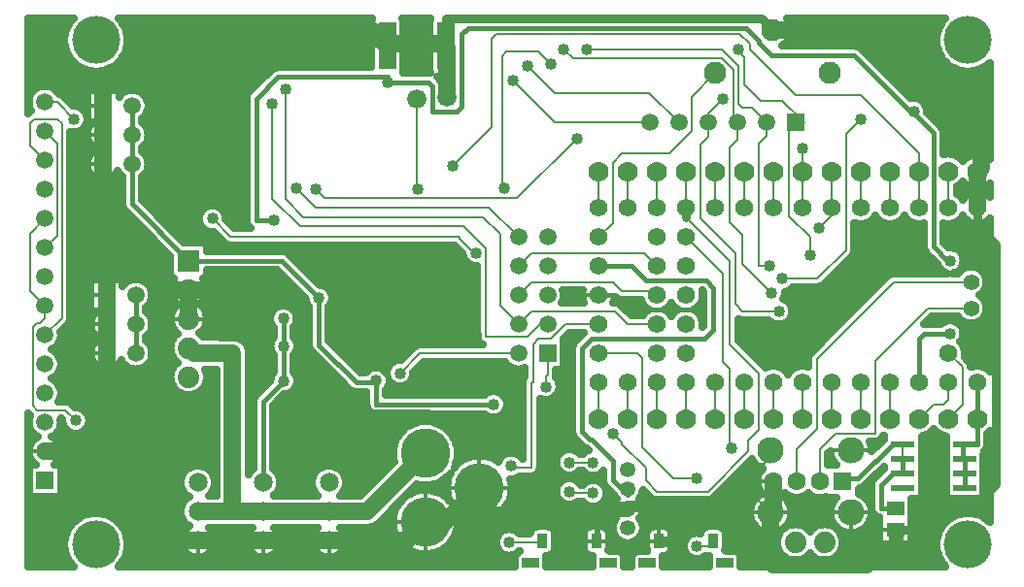
<source format=gbl>
G04 DipTrace 3.3.1.3*
G04 Teensy4.0TouchDisplayLoRa.gbl*
%MOIN*%
G04 #@! TF.FileFunction,Copper,L2,Bot*
G04 #@! TF.Part,Single*
%AMOUTLINE0*
4,1,4,
0.0175,-0.025,
0.0175,0.025,
-0.0175,0.025,
-0.0175,-0.025,
0.0175,-0.025,
0*%
%AMOUTLINE1*
4,1,4,
-0.0285,-0.0155,
0.0285,-0.0155,
0.0285,0.0155,
-0.0285,0.0155,
-0.0285,-0.0155,
0*%
%AMOUTLINE6*
4,1,4,
0.03,0.08,
-0.03,0.08,
-0.03,-0.08,
0.03,-0.08,
0.03,0.08,
0*%
G04 #@! TA.AperFunction,Conductor*
%ADD13C,0.015*%
%ADD14C,0.008*%
%ADD16C,0.02*%
%ADD17C,0.03*%
%ADD18C,0.06*%
%ADD20C,0.059055*%
%ADD22C,0.051181*%
G04 #@! TA.AperFunction,ViaPad*
%ADD23C,0.04*%
G04 #@! TA.AperFunction,Conductor*
%ADD24C,0.035*%
%ADD25C,0.05315*%
%ADD26C,0.039*%
G04 #@! TA.AperFunction,CopperBalancing*
%ADD31C,0.025*%
%ADD32C,0.013*%
G04 #@! TA.AperFunction,ComponentPad*
%ADD33C,0.066*%
%ADD36R,0.059055X0.051181*%
G04 #@! TA.AperFunction,ComponentPad*
%ADD38C,0.17*%
%ADD39R,0.059055X0.059055*%
%ADD40C,0.059055*%
%ADD41C,0.07*%
%ADD42C,0.074*%
%ADD48R,0.07874X0.023622*%
G04 #@! TA.AperFunction,ComponentPad*
%ADD52C,0.076772*%
%ADD53C,0.065199*%
%ADD54C,0.05315*%
%ADD61C,0.06194*%
%ADD62C,0.055*%
%ADD63R,0.074X0.074*%
%ADD65R,0.062992X0.062992*%
%ADD66C,0.062992*%
%ADD67C,0.090551*%
G04 #@! TA.AperFunction,ViaPad*
%ADD69C,0.165*%
%ADD141OUTLINE0*%
%ADD142OUTLINE1*%
%ADD147OUTLINE6*%
%FSLAX26Y26*%
G04*
G70*
G90*
G75*
G01*
G04 Bottom*
%LPD*%
X806167Y1168598D2*
D13*
Y1268598D1*
Y1368598D1*
X3493700Y1068700D2*
Y1219700D1*
X3510707Y1236707D1*
X3599613D1*
Y1487335D2*
X3591461D1*
X3543369Y1535427D1*
Y1924789D1*
X3471861Y1996297D1*
X3468737Y1993172D1*
X3268398Y2193511D1*
X2987178D1*
X2943432Y2237256D1*
Y2243506D1*
X2899687Y2287251D1*
X1945251D1*
X1923700Y2265700D1*
Y2015700D1*
X1907700Y1999700D1*
X1824800D1*
Y2086600D1*
X1811629Y2099771D1*
X1668566D1*
X2493700Y703700D2*
Y680949D1*
X2443485Y731165D1*
Y799907D1*
X2369776Y873616D1*
X2361700D1*
X2337246Y898070D1*
Y1187246D1*
X2368613Y1218613D1*
X2755952D1*
X2787199Y1249860D1*
Y1393595D1*
X2762201Y1418592D1*
X2556808D1*
X2506700Y1468700D1*
X2393700D1*
X1668566Y2099771D2*
Y2118519D1*
X1293606D1*
X1218613Y2043527D1*
Y1624821D1*
X1281107D1*
X3475346Y1999781D2*
D14*
X3471861Y1996297D1*
X793700Y2018700D2*
D13*
Y1918700D1*
Y1818700D1*
Y1681023D1*
X987388Y1487335D1*
X3693700Y1068700D2*
Y943700D1*
X987388Y1487335D2*
X1305062D1*
X1433700Y1358697D1*
X3649999Y756151D2*
Y706151D1*
Y806151D2*
Y756151D1*
Y856151D2*
X3643359D1*
Y806151D1*
X3649999D1*
X3693700Y943700D2*
Y856151D1*
X3649999D1*
X1631070Y1074878D2*
Y993637D1*
X2036898D1*
Y996898D1*
X2033700Y993700D1*
X1433700Y1358697D2*
Y1197256D1*
X1562327Y1068629D1*
X1631070D1*
Y1074878D1*
X3118414Y1506083D2*
D14*
Y1567986D1*
X3046700Y1639700D1*
Y1940566D1*
X3068419Y1962285D1*
X3099666D1*
X3024674Y2037277D1*
X2949682D1*
X2893438Y2093522D1*
Y2185962D1*
X2874690Y2204710D1*
Y2212259D1*
X2274752D2*
X2305312Y2181700D1*
X2817758D1*
X2855941Y2143516D1*
Y1962285D1*
X2868419D1*
Y1903700D1*
X2841700Y1876981D1*
Y1620314D1*
X2887188Y1574826D1*
Y1474836D1*
X2987178Y1374847D1*
X2980928Y1468587D2*
X2943432D1*
Y1889432D1*
X2968419Y1914419D1*
Y1962285D1*
X2353700Y2213700D2*
X2817004D1*
X2874690Y2156015D1*
Y2024779D1*
X2887188Y2012280D1*
X2918424D1*
X2968419Y1962285D1*
X3012175Y1312354D2*
X2887188D1*
X2862191Y1337351D1*
Y1511209D1*
X2741700Y1631700D1*
Y1886981D1*
X2768419Y1913700D1*
Y1962285D1*
Y1993501D1*
X2818445Y2043527D1*
X2668419Y1962285D2*
X2567878Y2062826D1*
X2242955D1*
X2149766Y2156015D1*
X2568419Y1962285D2*
X2243506D1*
X2099771Y2106020D1*
X3493700Y943700D2*
X3541700Y991700D1*
X3577700D1*
X3593700Y1007700D1*
Y1068700D1*
Y1668700D2*
Y1793700D1*
X3393700Y1668700D2*
Y1793700D1*
X3293700Y1668700D2*
Y1793700D1*
X2393700Y943700D2*
Y1068700D1*
X3493700Y1668700D2*
Y1793700D1*
Y1855721D1*
X3293396Y2056025D1*
X3068419D1*
X2912186Y2212259D1*
Y2231007D1*
X2877493Y2265700D1*
X2041700D1*
X2025700Y2249700D1*
Y1945700D1*
X1893700Y1813700D1*
X2593700Y1793700D2*
Y1668700D1*
X493700Y1831700D2*
X441700Y1883700D1*
Y1957700D1*
X457700Y1973700D1*
X535700D1*
X551700Y1957700D1*
Y1289700D1*
X493700Y1231700D1*
X2493700Y1668700D2*
Y1793700D1*
X493700Y1531700D2*
X535700Y1573700D1*
Y1889700D1*
X493700Y1931700D1*
X2393700Y1668700D2*
Y1793700D1*
X493700Y1631700D2*
X441700Y1579700D1*
Y1383700D1*
X493700Y1331700D1*
X2493700Y1068700D2*
Y943700D1*
X493700Y1331700D2*
Y1289700D1*
X477700Y1273700D1*
X467700D1*
X451700Y1257700D1*
Y989700D1*
X467700Y973700D1*
X563621D1*
X599928Y937393D1*
X2593700Y943700D2*
Y1068700D1*
X2693700D2*
Y943700D1*
X2793700D2*
Y1068700D1*
X2893700Y943700D2*
Y1068700D1*
X2993700Y943700D2*
Y1068700D1*
X3093700Y943700D2*
Y1068700D1*
X3193700Y943700D2*
Y1068700D1*
X3293700Y943700D2*
Y1068700D1*
X3393700Y943700D2*
Y1068700D1*
X2118700Y1168700D2*
X1781136D1*
X1712312Y1099876D1*
X2213700Y1053700D2*
Y1089700D1*
X2218700Y1094700D1*
Y1168700D1*
X2593700Y1268700D2*
X2493388D1*
X2448388Y1313700D1*
X2163700D1*
X2118700Y1268700D1*
X2055127Y1332273D1*
Y1577700D1*
X1995507Y1637319D1*
X1381096D1*
X1318603Y1699813D1*
Y2074773D1*
X2218700Y1268700D2*
X2193603D1*
X2149766Y1224863D1*
X2007700D1*
Y1529700D1*
X1931327Y1606073D1*
X1368598D1*
X1274857Y1699813D1*
Y2024779D1*
X2118700Y1368700D2*
X2163700Y1413700D1*
X2441700D1*
X2474304Y1381096D1*
X2593700D1*
Y1368700D1*
X2118700Y1468700D2*
X2161700Y1511700D1*
X2550700D1*
X2593700Y1468700D1*
X1068629Y1631070D2*
X1131123Y1568577D1*
X1917855D1*
Y1563012D1*
X1967167Y1513700D1*
X1973700D1*
X2118700Y1568700D2*
X2017700Y1669700D1*
X1423708D1*
X1356099Y1737309D1*
X593700Y1973700D2*
X535700Y2031700D1*
X493700D1*
X2374742Y793658D2*
X2293700D1*
Y793700D1*
X2693700Y1568700D2*
X2818445Y1443955D1*
Y1137372D1*
X2841700Y1114117D1*
Y851645D1*
X2849692Y843653D1*
X2318498Y1906041D2*
X2114157Y1701700D1*
X1454201D1*
X1424842Y1731060D1*
X3193700Y1793700D2*
Y1668700D1*
Y1643863D1*
X3149661Y1599823D1*
X3093700Y1873700D2*
Y1793700D1*
Y1668700D1*
X2993700Y1793700D2*
Y1668700D1*
X2893700D2*
Y1793700D1*
X2793700Y1668700D2*
Y1793700D1*
X2693700D2*
Y1668700D1*
D17*
Y1637078D1*
D14*
X2843443Y1487335D1*
Y1199865D1*
X2943432Y1099876D1*
Y906146D1*
X2905936Y868650D1*
Y831154D1*
X2768451Y693669D1*
X2593469D1*
X2555973Y731165D1*
Y774910D1*
X2474731Y856151D1*
Y862401D1*
X2443485Y893648D1*
X1243611Y724936D2*
D13*
Y1003611D1*
X1313700Y1073700D1*
Y1193700D2*
Y1287356D1*
X1312354D1*
X1313700Y1073700D2*
Y1193700D1*
X1018634Y524936D2*
D18*
X1243611D1*
X1468587D1*
X1736054D1*
X1799802Y588684D1*
X1866731D1*
X1900296Y622249D1*
X1984842Y706794D1*
X1018634Y524936D2*
X943642D1*
X724915Y743663D1*
X712417D1*
X672123Y783957D1*
X631175Y824905D1*
X560023D1*
X553228Y831700D1*
D20*
X493700D1*
X672123Y783957D2*
D18*
Y1075025D1*
X706167Y1109070D1*
D20*
Y1168598D1*
Y1228125D1*
D18*
Y1309070D1*
D20*
Y1368598D1*
Y1428125D1*
D18*
Y1522473D1*
Y1746705D1*
X693700Y1759172D1*
D20*
Y1818700D1*
Y1918700D1*
Y2018700D1*
X987388Y1287335D2*
D18*
Y1387335D1*
X931154D1*
X806157Y1512333D1*
X716308D1*
X706167Y1522473D1*
X693700Y2018700D2*
D20*
Y2087304D1*
D18*
X781159Y2174763D1*
X799907D1*
X830993Y2205848D1*
X853554Y2228410D1*
X899897Y2274752D1*
X1412343D1*
X1618571D1*
X1659899Y2233424D1*
X1668566Y2224758D1*
X1659899Y2233424D2*
X1859899D1*
X1868566Y2224758D1*
X1874794Y2049776D2*
Y2218529D1*
X1868566Y2224758D1*
X3693700Y1668700D2*
Y1793700D1*
X2990306Y2280624D2*
X3418760D1*
X3443380Y2256004D1*
X3449629D1*
X3593364Y2112270D1*
Y2081023D1*
X3705852Y1968535D1*
Y1805852D1*
X3693700Y1793700D1*
X987388Y1387335D2*
X1062390D1*
X1142995Y1306730D1*
X1218613Y1231112D1*
Y1188787D1*
X1238344Y1169056D1*
D23*
Y1148888D1*
X1268608Y1118624D1*
X2493700Y633700D2*
Y643674D1*
X2649713D1*
D24*
Y523700D1*
X2601200D1*
X1900296Y622249D2*
D18*
X1910117Y612427D1*
X2397074D1*
X2418347Y633700D1*
D25*
X2493700D1*
X2649713Y643674D2*
D18*
X2705957D1*
X2724705Y624926D1*
X2787199D1*
X2812196Y599928D1*
X2849692D1*
X2887188Y562432D1*
Y524936D1*
X2937183Y474941D1*
X2993556D1*
Y443695D1*
X3312797D1*
D22*
Y449944D1*
X3412039D1*
Y562527D1*
X1406094Y2199760D2*
D17*
X1412343D1*
Y2274752D1*
X1868566Y2224758D2*
Y2318498D1*
X2952432D1*
X2990306Y2280624D1*
X3693700Y1668700D2*
Y1605726D1*
X3755847Y1543579D1*
Y718666D1*
X3680855Y643674D1*
X3587115D1*
X3512123Y568682D1*
X3530871D1*
Y556183D1*
X3493375D1*
X3487031Y562527D1*
X3412039D1*
X1799802Y588684D2*
X1866731D1*
X1984842Y706794D1*
X793700Y2273700D2*
D26*
X808264D1*
X853554Y2228410D1*
X1043632Y1743558D2*
D16*
Y1993209D1*
X830993Y2205848D1*
X2393700Y1368700D2*
D13*
X2443382D1*
X2468482Y1343600D1*
X2512228D1*
X2537225Y1318603D1*
X2743453D1*
X1973700Y1233700D2*
D23*
X1937288Y1270112D1*
D18*
Y1318603D1*
D23*
Y1324852D1*
Y1356099D1*
X1949787Y1368598D1*
X1142995Y1306730D2*
D16*
X1262985D1*
X1324852Y1368598D1*
X1368598Y1324852D1*
Y1068629D1*
X1499834Y937393D1*
X1912291D1*
X1962285Y887398D1*
X2099771D1*
Y1043632D1*
X1674815D1*
Y1087377D1*
X1643569Y1118624D1*
X1618571D1*
X1581075Y1156120D1*
Y1256109D1*
X1649818Y1324852D1*
X1937288D1*
X2983905Y835787D2*
D14*
X2962180D1*
Y787409D1*
X2937183D1*
Y668335D1*
X2983905Y621613D1*
D18*
Y484592D1*
X2993556Y474941D1*
X2386200Y523700D2*
D13*
X2397074Y612427D1*
X2994535Y728700D2*
D18*
Y632243D1*
X2983905Y621613D1*
X706167Y1268598D2*
D14*
Y1168598D1*
X1768556Y2043527D2*
Y1738844D1*
X1773700Y1733700D1*
X3437401Y856151D2*
D13*
X3402151D1*
X3283414Y737414D1*
X3230755D1*
Y728700D1*
X3412039Y637330D2*
X3362138D1*
Y714590D1*
X3403700Y756151D1*
X3437401D1*
Y806151D1*
Y856151D2*
D14*
Y806151D1*
X2293700Y693700D2*
Y687419D1*
X2374742D1*
X2068524Y1737309D2*
X2061700Y1744133D1*
Y2189700D1*
X2077700Y2205700D1*
X2187571D1*
X2231007Y2162264D1*
X3293700Y1973700D2*
X3241700Y1921700D1*
Y1523130D1*
X3143411Y1424842D1*
X3024674D1*
X2393700Y1168700D2*
X2525700D1*
X2541700Y1152700D1*
Y845427D1*
X2649713Y737414D1*
X2730955D1*
Y506188D2*
X2786200D1*
Y523700D1*
X2393700Y1268700D2*
X2281094D1*
X2231007Y1218613D1*
X2187262D1*
X2168514Y1199865D1*
Y1069695D1*
X2162264D1*
Y774910D1*
X2093522D1*
Y781159D1*
X2087272Y518687D2*
X2206010D1*
Y523700D1*
X2201200D1*
X3671700Y1413700D2*
X3407241D1*
X3141700Y1148159D1*
Y907700D1*
X3073275Y839275D1*
Y728700D1*
X3671700Y1323700D2*
X3523469D1*
X3341700Y1141931D1*
Y893648D1*
X3207648D1*
X3152015Y838015D1*
Y728700D1*
X2793456Y2131018D2*
X2711700Y2049262D1*
Y1931700D1*
X2636046Y1856046D1*
X2474731D1*
X2441700Y1823015D1*
Y1616700D1*
X2393700Y1568700D1*
X1018634Y624936D2*
D18*
X1137713D1*
X1243611D1*
X1468587D1*
X1599834D1*
X1799802Y824905D1*
X1243611Y624936D2*
D3*
X1137713D2*
Y1168619D1*
X1006104D1*
X987388Y1187335D1*
X3593700Y943700D2*
D14*
X3641700Y991700D1*
Y1120700D1*
X3593700Y1168700D1*
D23*
X3599613Y1236707D3*
Y1487335D3*
X3475346Y1999781D3*
X2443485Y893648D3*
X1406094Y2199760D3*
X1043632Y1743558D3*
X2743453Y1318603D3*
X2374742Y687419D3*
X2730955Y737414D3*
Y506188D3*
X2093522Y781159D3*
X2087272Y518687D3*
D69*
X3661417Y511810D3*
X669291D3*
Y2244094D3*
X3661417D3*
D23*
X1268608Y1118624D3*
X793700Y2273700D3*
X1973700Y1233700D3*
X1949787Y1368598D3*
X1281107Y1624821D3*
X1668566Y2099771D3*
X2033700Y993700D3*
X1631070Y1074878D3*
X1433700Y1358697D3*
X2874690Y2212259D3*
X3118414Y1506083D3*
X2987178Y1374847D3*
X2274752Y2212259D3*
X2980928Y1468587D3*
X2353700Y2213700D3*
X2818445Y2043527D3*
X3012175Y1312354D3*
X2149766Y2156015D3*
X2099771Y2106020D3*
X1893700Y1813700D3*
X599928Y937393D3*
X1712312Y1099876D3*
X2213700Y1053700D3*
X1318603Y2074773D3*
X1274857Y2024779D3*
X1973700Y1513700D3*
X1068629Y1631070D3*
X1356099Y1737309D3*
X593700Y1973700D3*
X2293700Y793700D3*
X2374742Y793658D3*
X2849692Y843653D3*
X1424842Y1731060D3*
X2318498Y1906041D3*
X3149661Y1599823D3*
X3093700Y1873700D3*
X1312354Y1287356D3*
X1313700Y1193700D3*
Y1073700D3*
X1773700Y1733700D3*
X2293700Y693700D3*
X2231007Y2162264D3*
X2068524Y1737309D3*
X3024674Y1424842D3*
X3293700Y1973700D3*
X438718Y2294835D2*
D31*
X571441D1*
X767130D2*
X1610576D1*
X1726566D2*
X1810558D1*
X3055106D2*
X3563573D1*
X438718Y2269966D2*
X561932D1*
X776639D2*
X1610576D1*
X1726566D2*
X1810558D1*
X3055788D2*
X3554063D1*
X438718Y2245098D2*
X558810D1*
X779797D2*
X1610576D1*
X1726566D2*
X1810558D1*
X3045919D2*
X3550905D1*
X438718Y2220229D2*
X561466D1*
X777106D2*
X1610576D1*
X1726566D2*
X1810558D1*
X3290255D2*
X3553597D1*
X438718Y2195360D2*
X570401D1*
X768171D2*
X1610576D1*
X1726566D2*
X1810558D1*
X3315733D2*
X3562532D1*
X438718Y2170491D2*
X587769D1*
X750839D2*
X1610576D1*
X1726566D2*
X1810558D1*
X3340600D2*
X3579864D1*
X438718Y2145623D2*
X622433D1*
X716139D2*
X1272295D1*
X1726566D2*
X1810558D1*
X3365468D2*
X3614564D1*
X3708270D2*
X3734525D1*
X438718Y2120754D2*
X1246674D1*
X3390336D2*
X3734525D1*
X438718Y2095885D2*
X1221806D1*
X3415204D2*
X3734525D1*
X438718Y2071016D2*
X452701D1*
X534708D2*
X636177D1*
X751233D2*
X774151D1*
X813277D2*
X1196939D1*
X3440071D2*
X3734525D1*
X565461Y2046148D2*
X636177D1*
X843886D2*
X1183231D1*
X3464939D2*
X3734525D1*
X590329Y2021279D2*
X636177D1*
X851171D2*
X1183123D1*
X3517940D2*
X3734525D1*
X846506Y1996410D2*
X1183123D1*
X3523215D2*
X3734525D1*
X829210Y1971541D2*
X1183123D1*
X3545786D2*
X3734525D1*
X843599Y1946672D2*
X1183123D1*
X3570582D2*
X3734525D1*
X583690Y1921804D2*
X636248D1*
X851135D2*
X1183123D1*
X3578871D2*
X3734525D1*
X583690Y1896935D2*
X640662D1*
X846757D2*
X1183123D1*
X3578871D2*
X3734525D1*
X583690Y1872066D2*
X661977D1*
X829210D2*
X1183123D1*
X3578871D2*
X3734525D1*
X583690Y1847197D2*
X644143D1*
X843276D2*
X1183123D1*
X3624444D2*
X3662936D1*
X583690Y1822329D2*
X636284D1*
X851099D2*
X1183123D1*
X583690Y1797460D2*
X640447D1*
X846972D2*
X1183123D1*
X583690Y1772591D2*
X661152D1*
X726222D2*
X758183D1*
X829210D2*
X1183123D1*
X583690Y1747722D2*
X758183D1*
X829210D2*
X1183123D1*
X3635532D2*
X3651884D1*
X583690Y1722854D2*
X758183D1*
X829210D2*
X1183123D1*
X3625700D2*
X3675208D1*
X3712217D2*
X3734525D1*
X583690Y1697985D2*
X758183D1*
X829210D2*
X1183123D1*
X583690Y1673116D2*
X759152D1*
X850776D2*
X1048737D1*
X1088509D2*
X1183123D1*
X583690Y1648247D2*
X777309D1*
X875644D2*
X1024013D1*
X1113269D2*
X1183123D1*
X583690Y1623378D2*
X802177D1*
X900512D2*
X1021286D1*
X1120553D2*
X1183159D1*
X3329871D2*
X3357526D1*
X3429880D2*
X3457499D1*
X3629899D2*
X3657517D1*
X583690Y1598510D2*
X827045D1*
X925379D2*
X1034347D1*
X1145421D2*
X1196185D1*
X3273712D2*
X3507880D1*
X3578871D2*
X3734525D1*
X583690Y1573641D2*
X851912D1*
X950247D2*
X1081822D1*
X3273712D2*
X3507880D1*
X3578871D2*
X3734525D1*
X583690Y1548772D2*
X876780D1*
X1052373D2*
X1106690D1*
X3273712D2*
X3507880D1*
X3579194D2*
X3734525D1*
X583690Y1523903D2*
X901648D1*
X1052373D2*
X1912756D1*
X3273712D2*
X3509962D1*
X3629181D2*
X3734525D1*
X583690Y1499035D2*
X922389D1*
X1342533D2*
X1928115D1*
X3261835D2*
X3530595D1*
X3646082D2*
X3734525D1*
X583690Y1474166D2*
X922389D1*
X1367401D2*
X1948677D1*
X3236967D2*
X3553561D1*
X3645652D2*
X3734525D1*
X583690Y1449297D2*
X922389D1*
X1052373D2*
X1293934D1*
X1392268D2*
X1975697D1*
X3212099D2*
X3572149D1*
X3713473D2*
X3734525D1*
X583690Y1424428D2*
X934589D1*
X1040173D2*
X1318801D1*
X1417136D2*
X1975697D1*
X3187231D2*
X3373745D1*
X583690Y1399560D2*
X648628D1*
X854149D2*
X923609D1*
X1051189D2*
X1343669D1*
X1456214D2*
X1975697D1*
X3161108D2*
X3348877D1*
X583690Y1374691D2*
X648628D1*
X863371D2*
X923681D1*
X1051082D2*
X1368537D1*
X1478785D2*
X1975697D1*
X2275917D2*
X2335042D1*
X3035190D2*
X3324010D1*
X3710064D2*
X3734525D1*
X583690Y1349822D2*
X648628D1*
X860393D2*
X934912D1*
X1039886D2*
X1386587D1*
X1480831D2*
X1975697D1*
X2272902D2*
X2337984D1*
X2449417D2*
X2537967D1*
X3040501D2*
X3299142D1*
X3720327D2*
X3734525D1*
X583690Y1324953D2*
X648628D1*
X842164D2*
X934984D1*
X1039814D2*
X1284245D1*
X1340488D2*
X1398213D1*
X1469204D2*
X1975697D1*
X2481353D2*
X2555478D1*
X2631924D2*
X2655487D1*
X2731897D2*
X2751693D1*
X3058407D2*
X3274274D1*
X583690Y1300085D2*
X658532D1*
X853790D2*
X923717D1*
X1051082D2*
X1266159D1*
X1358537D2*
X1398213D1*
X1469204D2*
X1975697D1*
X2506221D2*
X2544246D1*
X3058479D2*
X3249407D1*
X3721654D2*
X3734525D1*
X579886Y1275216D2*
X649023D1*
X863300D2*
X923573D1*
X1051189D2*
X1266016D1*
X1358717D2*
X1398213D1*
X1469204D2*
X1975697D1*
X2875434D2*
X2983397D1*
X3040967D2*
X3224539D1*
X3519196D2*
X3572867D1*
X3626346D2*
X3647793D1*
X3695603D2*
X3734525D1*
X556562Y1250347D2*
X651750D1*
X860572D2*
X934518D1*
X1040280D2*
X1278216D1*
X1349207D2*
X1398213D1*
X1469204D2*
X1975697D1*
X2875434D2*
X3199671D1*
X3645508D2*
X3734525D1*
X550892Y1225478D2*
X669477D1*
X842846D2*
X935379D1*
X1039383D2*
X1278216D1*
X1349207D2*
X1398213D1*
X1469204D2*
X1975697D1*
X2282089D2*
X2326322D1*
X2875434D2*
X3174803D1*
X3646190D2*
X3734525D1*
X541598Y1200609D2*
X658927D1*
X853431D2*
X923824D1*
X1185576D2*
X1266231D1*
X1361157D2*
X1398213D1*
X1479503D2*
X1988400D1*
X2276239D2*
X2304576D1*
X2886917D2*
X3149936D1*
X3642781D2*
X3734525D1*
X529182Y1175741D2*
X649095D1*
X863228D2*
X923465D1*
X1195264D2*
X1269389D1*
X1357999D2*
X1406179D1*
X1504371D2*
X1743957D1*
X2276239D2*
X2301741D1*
X2911784D2*
X3125068D1*
X3652219D2*
X3734525D1*
X547770Y1150872D2*
X651571D1*
X860752D2*
X934123D1*
X1195731D2*
X1278216D1*
X1349207D2*
X1430904D1*
X1529238D2*
X1719089D1*
X2276239D2*
X2301741D1*
X2936652D2*
X3109817D1*
X3655735D2*
X3734525D1*
X550928Y1126003D2*
X668831D1*
X743518D2*
X768840D1*
X843492D2*
X935774D1*
X1195731D2*
X1278216D1*
X1349207D2*
X1455771D1*
X1554106D2*
X1672548D1*
X1782652D2*
X2081484D1*
X2276239D2*
X2301741D1*
X2961520D2*
X3109709D1*
X3673211D2*
X3734525D1*
X541957Y1101134D2*
X923932D1*
X1050830D2*
X1079705D1*
X1195731D2*
X1274915D1*
X1352509D2*
X1480639D1*
X1760297D2*
X2136530D1*
X2250690D2*
X2301741D1*
X528464Y1076266D2*
X923394D1*
X1051405D2*
X1079705D1*
X1195731D2*
X1265765D1*
X1361623D2*
X1505507D1*
X1753694D2*
X2131004D1*
X2255714D2*
X2301741D1*
X547591Y1051397D2*
X933764D1*
X1041034D2*
X1079705D1*
X1195731D2*
X1242225D1*
X1355846D2*
X1530375D1*
X1672560D2*
X2130251D1*
X2261635D2*
X2301741D1*
X551000Y1026528D2*
X970438D1*
X1004324D2*
X1079705D1*
X1195731D2*
X1217357D1*
X1315692D2*
X1595576D1*
X2067716D2*
X2130251D1*
X2252699D2*
X2301741D1*
X575544Y1001659D2*
X1079705D1*
X1290824D2*
X1595576D1*
X2080994D2*
X2130251D1*
X2194280D2*
X2301741D1*
X625172Y976791D2*
X1079705D1*
X1279126D2*
X1600205D1*
X2078446D2*
X2130251D1*
X2194280D2*
X2301741D1*
X645554Y951922D2*
X1079705D1*
X1279126D2*
X2013160D1*
X2054224D2*
X2130251D1*
X2194280D2*
X2301741D1*
X646739Y927053D2*
X1079705D1*
X1279126D2*
X1755153D1*
X1844445D2*
X2130251D1*
X2194280D2*
X2301741D1*
X542639Y902184D2*
X568607D1*
X631237D2*
X1079705D1*
X1279126D2*
X1718336D1*
X1881298D2*
X2130251D1*
X2194280D2*
X2301741D1*
X438718Y877315D2*
X460416D1*
X526993D2*
X1079705D1*
X1279126D2*
X1700035D1*
X1899599D2*
X2130251D1*
X2194280D2*
X2309097D1*
X3504770D2*
X3582627D1*
X547160Y852447D2*
X1079705D1*
X1279126D2*
X1690274D1*
X1909324D2*
X2130251D1*
X2194280D2*
X2333714D1*
X3330768D2*
X3349272D1*
X3504770D2*
X3582627D1*
X551071Y827578D2*
X1079705D1*
X1279126D2*
X1686830D1*
X1912769D2*
X2130251D1*
X2194280D2*
X2260833D1*
X2326585D2*
X2341931D1*
X3504770D2*
X3582627D1*
X3717384D2*
X3734525D1*
X542962Y802709D2*
X1079705D1*
X1279126D2*
X1689054D1*
X1910544D2*
X1927469D1*
X2194280D2*
X2246587D1*
X3504770D2*
X3582627D1*
X3717384D2*
X3734525D1*
X551215Y777840D2*
X992112D1*
X1045161D2*
X1079705D1*
X1279126D2*
X1442064D1*
X1495113D2*
X1671758D1*
X2194280D2*
X2248561D1*
X2896856D2*
X2940767D1*
X3504770D2*
X3582627D1*
X3717384D2*
X3734525D1*
X551215Y752972D2*
X965235D1*
X1296996D2*
X1415186D1*
X1521990D2*
X1646891D1*
X2184484D2*
X2270917D1*
X2316502D2*
X2351871D1*
X2871989D2*
X2940480D1*
X3504770D2*
X3582627D1*
X3717384D2*
X3734525D1*
X551215Y728103D2*
X958129D1*
X1304137D2*
X1408081D1*
X1529095D2*
X1622023D1*
X1855605D2*
X1873930D1*
X2095778D2*
X2261407D1*
X2325975D2*
X2351871D1*
X2847121D2*
X2935025D1*
X3504770D2*
X3582627D1*
X3717384D2*
X3734525D1*
X551215Y703234D2*
X962256D1*
X1300010D2*
X1412208D1*
X1524968D2*
X1597155D1*
X1759112D2*
X1871884D1*
X2097787D2*
X2246695D1*
X2822253D2*
X2941054D1*
X3290255D2*
X3326629D1*
X3504770D2*
X3582627D1*
X3717384D2*
X3734525D1*
X551215Y678365D2*
X981382D1*
X2094127D2*
X2248345D1*
X2421822D2*
X2445708D1*
X2541711D2*
X2564557D1*
X2797350D2*
X2939116D1*
X3028695D2*
X3044041D1*
X3102509D2*
X3122771D1*
X3304286D2*
X3326629D1*
X3504770D2*
X3582627D1*
X3717384D2*
X3734525D1*
X438718Y653497D2*
X965522D1*
X2084151D2*
X2269912D1*
X2317506D2*
X2341931D1*
X2407576D2*
X2443017D1*
X2544366D2*
X2918231D1*
X3049580D2*
X3193822D1*
X3469568D2*
X3734525D1*
X438718Y628628D2*
X958165D1*
X2065456D2*
X2439357D1*
X2548026D2*
X2910983D1*
X3056828D2*
X3186573D1*
X3469568D2*
X3734525D1*
X438718Y603759D2*
X610125D1*
X728447D2*
X962041D1*
X1659641D2*
X1687834D1*
X1911764D2*
X1942433D1*
X2027275D2*
X2448579D1*
X2538804D2*
X2912920D1*
X3054890D2*
X3188511D1*
X3330481D2*
X3354511D1*
X3469568D2*
X3602256D1*
X3720578D2*
X3734525D1*
X438718Y578890D2*
X582135D1*
X756437D2*
X980701D1*
X1633303D2*
X1687224D1*
X1912374D2*
X2440146D1*
X2547273D2*
X2924978D1*
X3088047D2*
X3149361D1*
X3188021D2*
X3200568D1*
X3318424D2*
X3354511D1*
X3469568D2*
X3574266D1*
X438718Y554022D2*
X567387D1*
X771185D2*
X965845D1*
X1071428D2*
X1190803D1*
X1296422D2*
X1415796D1*
X1521380D2*
X1692392D1*
X1907242D2*
X2056114D1*
X2118421D2*
X2156267D1*
X2246133D2*
X2341250D1*
X2646134D2*
X2741251D1*
X2831153D2*
X2960431D1*
X3222757D2*
X3236022D1*
X3282970D2*
X3354511D1*
X3469568D2*
X3559518D1*
X438718Y529153D2*
X560210D1*
X778398D2*
X958201D1*
X1079071D2*
X1183159D1*
X1304065D2*
X1408153D1*
X1529023D2*
X1704198D1*
X1895401D2*
X2040504D1*
X2246707D2*
X2340711D1*
X2431690D2*
X2457335D1*
X2530084D2*
X2555693D1*
X2646708D2*
X2689183D1*
X2831691D2*
X3004569D1*
X3232804D2*
X3354511D1*
X3469568D2*
X3552305D1*
X438718Y504284D2*
X559061D1*
X779510D2*
X961826D1*
X1075447D2*
X1186819D1*
X1300405D2*
X1411777D1*
X1525399D2*
X1725979D1*
X1873619D2*
X2041617D1*
X2246707D2*
X2340711D1*
X2431690D2*
X2555693D1*
X2646708D2*
X2683011D1*
X2831691D2*
X3005394D1*
X3232015D2*
X3551193D1*
X438718Y479415D2*
X563762D1*
X774809D2*
X980019D1*
X1057254D2*
X1205013D1*
X1282212D2*
X1429971D1*
X1507205D2*
X1780846D1*
X1818752D2*
X2061783D1*
X2237879D2*
X2349503D1*
X2478519D2*
X2508865D1*
X2637880D2*
X2691659D1*
X2878520D2*
X3017595D1*
X3219814D2*
X3555893D1*
X438718Y454546D2*
X575209D1*
X763362D2*
X2104199D1*
X2217210D2*
X2370208D1*
X2483184D2*
X2504200D1*
X2617211D2*
X2770209D1*
X2883185D2*
X3567340D1*
X3467066Y586238D2*
Y511436D1*
X3357011D1*
X3356976Y604736D1*
X3351941Y605945D1*
X3347157Y607927D1*
X3342741Y610632D1*
X3338804Y613995D1*
X3335441Y617933D1*
X3332735Y622348D1*
X3330753Y627132D1*
X3329545Y632168D1*
X3329138Y637330D1*
X3329240Y717179D1*
X3330050Y722293D1*
X3331650Y727218D1*
X3334001Y731832D1*
X3337045Y736022D1*
X3372526Y771646D1*
X3372531Y779857D1*
X3304846Y712320D1*
X3300656Y709277D1*
X3296042Y706926D1*
X3291118Y705326D1*
X3288566Y704819D1*
X3287751Y703019D1*
Y686476D1*
X3293761Y683541D1*
X3299995Y679656D1*
X3305793Y675145D1*
X3311093Y670058D1*
X3315836Y664449D1*
X3319972Y658379D1*
X3323457Y651912D1*
X3326253Y645120D1*
X3328330Y638073D1*
X3329666Y630850D1*
X3330245Y623527D1*
X3330056Y616107D1*
X3329106Y608823D1*
X3327405Y601677D1*
X3324973Y594745D1*
X3321835Y588103D1*
X3318026Y581822D1*
X3313587Y575970D1*
X3308564Y570609D1*
X3303013Y565798D1*
X3296994Y561588D1*
X3290570Y558025D1*
X3283812Y555146D1*
X3276792Y552984D1*
X3269585Y551561D1*
X3262270Y550892D1*
X3254924Y550986D1*
X3247629Y551840D1*
X3240460Y553446D1*
X3233497Y555786D1*
X3226814Y558835D1*
X3220483Y562560D1*
X3214573Y566922D1*
X3209146Y571873D1*
X3204261Y577359D1*
X3199972Y583323D1*
X3196324Y589699D1*
X3193356Y596418D1*
X3191101Y603409D1*
X3189582Y610596D1*
X3188817Y617902D1*
X3188813Y625248D1*
X3189570Y632555D1*
X3191081Y639743D1*
X3193329Y646737D1*
X3196289Y653460D1*
X3199931Y659839D1*
X3204214Y665807D1*
X3209505Y671708D1*
X3173759Y671704D1*
Y676046D1*
X3165320Y673279D1*
X3156487Y671880D1*
X3147543D1*
X3138709Y673279D1*
X3130204Y676043D1*
X3122235Y680103D1*
X3114999Y685360D1*
X3112675Y687508D1*
X3106776Y682589D1*
X3099150Y677916D1*
X3090888Y674494D1*
X3082191Y672406D1*
X3073275Y671704D1*
X3064359Y672406D1*
X3055662Y674494D1*
X3047399Y677916D1*
X3039773Y682589D1*
X3033935Y687508D1*
X3028388Y682847D1*
X3024016Y679925D1*
X3030203Y675145D1*
X3035502Y670058D1*
X3040245Y664449D1*
X3044382Y658379D1*
X3047867Y651912D1*
X3050663Y645120D1*
X3052740Y638073D1*
X3054075Y630850D1*
X3054654Y623527D1*
X3054466Y616107D1*
X3053515Y608823D1*
X3051814Y601677D1*
X3049382Y594745D1*
X3046245Y588103D1*
X3042436Y581822D1*
X3037996Y575970D1*
X3032974Y570609D1*
X3027423Y565798D1*
X3021403Y561588D1*
X3014980Y558025D1*
X3008221Y555146D1*
X3001201Y552984D1*
X2993994Y551561D1*
X2986679Y550892D1*
X2979334Y550986D1*
X2972038Y551840D1*
X2964870Y553446D1*
X2957907Y555786D1*
X2951224Y558835D1*
X2944893Y562560D1*
X2938982Y566922D1*
X2933555Y571873D1*
X2928671Y577359D1*
X2924381Y583323D1*
X2920733Y589699D1*
X2917766Y596418D1*
X2915510Y603409D1*
X2913992Y610596D1*
X2913227Y617902D1*
X2913223Y625248D1*
X2913980Y632555D1*
X2915491Y639743D1*
X2917738Y646737D1*
X2920699Y653460D1*
X2924340Y659839D1*
X2928623Y665807D1*
X2933501Y671299D1*
X2938923Y676256D1*
X2944829Y680624D1*
X2951156Y684356D1*
X2956038Y686671D1*
X2950639Y692344D1*
X2946329Y698290D1*
X2942819Y704741D1*
X2940168Y711589D1*
X2938419Y718722D1*
X2937602Y726021D1*
X2937730Y733363D1*
X2938801Y740629D1*
X2940797Y747696D1*
X2943686Y754448D1*
X2947419Y760773D1*
X2951934Y766565D1*
X2956040Y770726D1*
X2948010Y774789D1*
X2941881Y778838D1*
X2936204Y783500D1*
X2931042Y788726D1*
X2926449Y794459D1*
X2922475Y800637D1*
X2920617Y804110D1*
X2787609Y671236D1*
X2783864Y668516D1*
X2779740Y666414D1*
X2775337Y664984D1*
X2770765Y664259D1*
X2685773Y664168D1*
X2591154Y664259D1*
X2586582Y664983D1*
X2582180Y666414D1*
X2578055Y668516D1*
X2574310Y671236D1*
X2545637Y699781D1*
X2544336Y691543D1*
X2541811Y683772D1*
X2538101Y676491D1*
X2533298Y669880D1*
X2532225Y668719D1*
X2536594Y663228D1*
X2540321Y656901D1*
X2543121Y650112D1*
X2544938Y642998D1*
X2545736Y635698D1*
X2545483Y628198D1*
X2544195Y620969D1*
X2541902Y613994D1*
X2538651Y607409D1*
X2534383Y601198D1*
X2538101Y595909D1*
X2541811Y588628D1*
X2544336Y580857D1*
X2545614Y572786D1*
Y564614D1*
X2544336Y556543D1*
X2541811Y548772D1*
X2538101Y541491D1*
X2533298Y534880D1*
X2527520Y529102D1*
X2520909Y524299D1*
X2513628Y520589D1*
X2505857Y518064D1*
X2497786Y516786D1*
X2489614D1*
X2481543Y518064D1*
X2473772Y520589D1*
X2466491Y524299D1*
X2459880Y529102D1*
X2454102Y534880D1*
X2449299Y541491D1*
X2445589Y548772D1*
X2443064Y556543D1*
X2441786Y564614D1*
Y572786D1*
X2443064Y580857D1*
X2445589Y588628D1*
X2449299Y595909D1*
X2453044Y601178D1*
X2448790Y607340D1*
X2445529Y613919D1*
X2443225Y620891D1*
X2441925Y628118D1*
X2441655Y635456D1*
X2442419Y642759D1*
X2444203Y649882D1*
X2446972Y656683D1*
X2450669Y663028D1*
X2455141Y668697D1*
X2451571Y673091D1*
X2447301Y680059D1*
X2446773Y681204D1*
X2418391Y709733D1*
X2415348Y713922D1*
X2412997Y718536D1*
X2411396Y723461D1*
X2410586Y728575D1*
X2410485Y765506D1*
X2406915Y761485D1*
X2401486Y756848D1*
X2395399Y753117D1*
X2388802Y750385D1*
X2381860Y748718D1*
X2374742Y748158D1*
X2367624Y748718D1*
X2360682Y750385D1*
X2354085Y753117D1*
X2347998Y756848D1*
X2342569Y761485D1*
X2340100Y764163D1*
X2328298Y764150D1*
X2323250Y759102D1*
X2317474Y754905D1*
X2311112Y751663D1*
X2304322Y749457D1*
X2297270Y748340D1*
X2290130D1*
X2283078Y749457D1*
X2276288Y751663D1*
X2269926Y754905D1*
X2264150Y759102D1*
X2259102Y764150D1*
X2254905Y769926D1*
X2251663Y776288D1*
X2249457Y783078D1*
X2248340Y790130D1*
Y797270D1*
X2249457Y804322D1*
X2251663Y811112D1*
X2254905Y817474D1*
X2259102Y823250D1*
X2264150Y828298D1*
X2269926Y832495D1*
X2276288Y835737D1*
X2283078Y837943D1*
X2290130Y839060D1*
X2297270D1*
X2304322Y837943D1*
X2311112Y835737D1*
X2317474Y832495D1*
X2323250Y828298D1*
X2328376Y823151D1*
X2340144Y823208D1*
X2345192Y828256D1*
X2350968Y832453D1*
X2357330Y835695D1*
X2360040Y836694D1*
X2353996Y841528D1*
X2349071Y843128D1*
X2344457Y845479D1*
X2340268Y848523D1*
X2313911Y874735D1*
X2310548Y878673D1*
X2307843Y883088D1*
X2305861Y887872D1*
X2304652Y892908D1*
X2304246Y898070D1*
X2304348Y1189835D1*
X2305158Y1194950D1*
X2306758Y1199875D1*
X2309109Y1204488D1*
X2312152Y1208678D1*
X2342523Y1239193D1*
X2293332Y1239200D1*
X2273712Y1219599D1*
X2273728Y1113672D1*
X2248200Y1113582D1*
X2248109Y1092385D1*
X2247385Y1087813D1*
X2246753Y1085575D1*
X2252495Y1077474D1*
X2255737Y1071112D1*
X2257943Y1064322D1*
X2259060Y1057270D1*
Y1050130D1*
X2257943Y1043078D1*
X2255737Y1036288D1*
X2252495Y1029926D1*
X2248298Y1024150D1*
X2243250Y1019102D1*
X2237474Y1014905D1*
X2231112Y1011663D1*
X2224322Y1009457D1*
X2217270Y1008340D1*
X2210130D1*
X2203078Y1009457D1*
X2196288Y1011663D1*
X2191765Y1013875D1*
X2191673Y772595D1*
X2190949Y768023D1*
X2189519Y763621D1*
X2187417Y759496D1*
X2184696Y755751D1*
X2181423Y752478D1*
X2177678Y749757D1*
X2173554Y747655D1*
X2169151Y746225D1*
X2164579Y745501D1*
X2121679Y745410D1*
X2117295Y742364D1*
X2110934Y739123D1*
X2104143Y736916D1*
X2097091Y735800D1*
X2091506Y735656D1*
X2093850Y724889D1*
X2095110Y713942D1*
X2095281Y703121D1*
X2094366Y692140D1*
X2092362Y681304D1*
X2089288Y670723D1*
X2085176Y660499D1*
X2080067Y650737D1*
X2074010Y641531D1*
X2067067Y632975D1*
X2059306Y625153D1*
X2050804Y618143D1*
X2041647Y612014D1*
X2031925Y606827D1*
X2021734Y602635D1*
X2011177Y599479D1*
X2000358Y597389D1*
X1989385Y596388D1*
X1978366Y596484D1*
X1967412Y597678D1*
X1956631Y599956D1*
X1946130Y603297D1*
X1936015Y607667D1*
X1926385Y613023D1*
X1917337Y619311D1*
X1908959Y626470D1*
X1901336Y634427D1*
X1899438Y636464D1*
X1903702Y626303D1*
X1906932Y615768D1*
X1909097Y604964D1*
X1910175Y593998D1*
X1910165Y583175D1*
X1909067Y572210D1*
X1906883Y561410D1*
X1903635Y550881D1*
X1899353Y540727D1*
X1894082Y531051D1*
X1887873Y521948D1*
X1880789Y513508D1*
X1872899Y505816D1*
X1864282Y498948D1*
X1855024Y492972D1*
X1845217Y487948D1*
X1834958Y483926D1*
X1824350Y480945D1*
X1813498Y479036D1*
X1802509Y478217D1*
X1791493Y478497D1*
X1780561Y479872D1*
X1769819Y482330D1*
X1759376Y485845D1*
X1749334Y490383D1*
X1739795Y495898D1*
X1730852Y502336D1*
X1722595Y509632D1*
X1715105Y517715D1*
X1708458Y526503D1*
X1702719Y535910D1*
X1697946Y545841D1*
X1694185Y556199D1*
X1691475Y566879D1*
X1689842Y577777D1*
X1689302Y588782D1*
X1689862Y599787D1*
X1691514Y610682D1*
X1694243Y621357D1*
X1698022Y631708D1*
X1702813Y641631D1*
X1708569Y651028D1*
X1715232Y659804D1*
X1722735Y667873D1*
X1731005Y675155D1*
X1739960Y681577D1*
X1749509Y687075D1*
X1759558Y691595D1*
X1770008Y695092D1*
X1780754Y697530D1*
X1791689Y698886D1*
X1802705Y699146D1*
X1813692Y698308D1*
X1824541Y696379D1*
X1835144Y693380D1*
X1845396Y689340D1*
X1855194Y684298D1*
X1864441Y678306D1*
X1873046Y671423D1*
X1880922Y663717D1*
X1885248Y658926D1*
X1880976Y669083D1*
X1877736Y679615D1*
X1875562Y690418D1*
X1874474Y701383D1*
X1874484Y712402D1*
X1875591Y723365D1*
X1877785Y734164D1*
X1881043Y744690D1*
X1885333Y754840D1*
X1877938Y746769D1*
X1871566Y740880D1*
X1864753Y735508D1*
X1857538Y730688D1*
X1849968Y726449D1*
X1842089Y722816D1*
X1833949Y719813D1*
X1825598Y717458D1*
X1817088Y715765D1*
X1808472Y714745D1*
X1799802Y714405D1*
X1791133Y714745D1*
X1782516Y715765D1*
X1771560Y718148D1*
X1635878Y582734D1*
X1628833Y577615D1*
X1621073Y573661D1*
X1612790Y570970D1*
X1604188Y569607D1*
X1581461Y569436D1*
X1505925D1*
X1511129Y564506D1*
X1515781Y558823D1*
X1519679Y552598D1*
X1522761Y545932D1*
X1524976Y538930D1*
X1526291Y531705D1*
X1526687Y524936D1*
X1526223Y517607D1*
X1524838Y510394D1*
X1522554Y503414D1*
X1519407Y496778D1*
X1515449Y490592D1*
X1510742Y484955D1*
X1505362Y479956D1*
X1499393Y475676D1*
X1492933Y472183D1*
X1486083Y469533D1*
X1478954Y467769D1*
X1471660Y466918D1*
X1464316Y466994D1*
X1457040Y467995D1*
X1449949Y469907D1*
X1443156Y472698D1*
X1436769Y476324D1*
X1430891Y480726D1*
X1425615Y485835D1*
X1421025Y491568D1*
X1417196Y497835D1*
X1414187Y504535D1*
X1412048Y511560D1*
X1410812Y518800D1*
X1410500Y526137D1*
X1411115Y533456D1*
X1412649Y540638D1*
X1415077Y547569D1*
X1418360Y554139D1*
X1422445Y560242D1*
X1427268Y565781D1*
X1431230Y569432D1*
X1280949Y569436D1*
X1286153Y564506D1*
X1290805Y558823D1*
X1294703Y552598D1*
X1297784Y545932D1*
X1300000Y538930D1*
X1301315Y531705D1*
X1301710Y524936D1*
X1301246Y517607D1*
X1299861Y510394D1*
X1297577Y503414D1*
X1294431Y496778D1*
X1290473Y490592D1*
X1285766Y484955D1*
X1280385Y479956D1*
X1274417Y475676D1*
X1267956Y472183D1*
X1261107Y469533D1*
X1253978Y467769D1*
X1246683Y466918D1*
X1239339Y466994D1*
X1232064Y467995D1*
X1224973Y469907D1*
X1218180Y472698D1*
X1211793Y476324D1*
X1205914Y480726D1*
X1200638Y485835D1*
X1196049Y491568D1*
X1192219Y497835D1*
X1189211Y504535D1*
X1187072Y511560D1*
X1185836Y518800D1*
X1185523Y526137D1*
X1186139Y533456D1*
X1187673Y540638D1*
X1190101Y547569D1*
X1193383Y554139D1*
X1197469Y560242D1*
X1202291Y565781D1*
X1206254Y569432D1*
X1056005Y569436D1*
X1061176Y564506D1*
X1065828Y558823D1*
X1069726Y552598D1*
X1072808Y545932D1*
X1075024Y538930D1*
X1076339Y531705D1*
X1076734Y524936D1*
X1076270Y517607D1*
X1074885Y510394D1*
X1072601Y503414D1*
X1069455Y496778D1*
X1065496Y490592D1*
X1060789Y484955D1*
X1055409Y479956D1*
X1049441Y475676D1*
X1042980Y472183D1*
X1036131Y469533D1*
X1029002Y467769D1*
X1021707Y466918D1*
X1014363Y466994D1*
X1007087Y467995D1*
X999996Y469907D1*
X993203Y472698D1*
X986816Y476324D1*
X980938Y480726D1*
X975662Y485835D1*
X971072Y491568D1*
X967243Y497835D1*
X964234Y504535D1*
X962095Y511560D1*
X960860Y518800D1*
X960547Y526137D1*
X961163Y533456D1*
X962697Y540638D1*
X965124Y547569D1*
X968407Y554139D1*
X972492Y560242D1*
X977315Y565781D1*
X982798Y570667D1*
X989046Y574934D1*
X984484Y577933D1*
X977552Y583854D1*
X971631Y590786D1*
X966867Y598559D1*
X963378Y606982D1*
X961250Y615847D1*
X960535Y624936D1*
X961250Y634025D1*
X963378Y642890D1*
X966867Y651313D1*
X971631Y659086D1*
X977552Y666019D1*
X984484Y671940D1*
X989070Y674918D1*
X984484Y677933D1*
X977552Y683854D1*
X971631Y690786D1*
X966867Y698559D1*
X963378Y706982D1*
X961250Y715847D1*
X960535Y724936D1*
X961250Y734025D1*
X963378Y742890D1*
X966867Y751313D1*
X971631Y759086D1*
X977552Y766019D1*
X984484Y771940D1*
X992258Y776703D1*
X1000681Y780192D1*
X1009546Y782321D1*
X1018634Y783036D1*
X1027723Y782321D1*
X1036588Y780192D1*
X1045011Y776703D1*
X1052785Y771940D1*
X1059717Y766019D1*
X1065638Y759086D1*
X1070402Y751313D1*
X1073891Y742890D1*
X1076019Y734025D1*
X1076734Y724936D1*
X1076019Y715847D1*
X1073891Y706982D1*
X1070402Y698559D1*
X1065638Y690786D1*
X1059717Y683854D1*
X1055961Y680437D1*
X1082185Y680436D1*
X1082213Y1113141D1*
X1044307Y1113119D1*
X1046829Y1106649D1*
X1049118Y1097112D1*
X1049888Y1087335D1*
X1049118Y1077558D1*
X1046829Y1068022D1*
X1043076Y1058961D1*
X1037951Y1050599D1*
X1031582Y1043141D1*
X1024124Y1036772D1*
X1015762Y1031647D1*
X1006701Y1027894D1*
X997165Y1025605D1*
X987388Y1024835D1*
X977611Y1025605D1*
X968074Y1027894D1*
X959013Y1031647D1*
X950651Y1036772D1*
X943193Y1043141D1*
X936824Y1050599D1*
X931700Y1058961D1*
X927947Y1068022D1*
X925657Y1077558D1*
X924888Y1087335D1*
X925657Y1097112D1*
X927947Y1106649D1*
X931700Y1115710D1*
X936824Y1124072D1*
X943193Y1131529D1*
X949913Y1137317D1*
X943193Y1143141D1*
X936824Y1150599D1*
X931700Y1158961D1*
X927947Y1168022D1*
X925657Y1177558D1*
X924888Y1187335D1*
X925657Y1197112D1*
X927947Y1206649D1*
X931700Y1215710D1*
X936824Y1224072D1*
X943193Y1231529D1*
X949913Y1237317D1*
X944716Y1241669D1*
X939653Y1246990D1*
X935250Y1252869D1*
X931567Y1259223D1*
X928654Y1265966D1*
X926553Y1273004D1*
X925292Y1280240D1*
X924888Y1287574D1*
X925348Y1294904D1*
X926664Y1302130D1*
X928819Y1309152D1*
X931783Y1315872D1*
X935514Y1322198D1*
X939963Y1328043D1*
X945066Y1333325D1*
X949896Y1337333D1*
X944716Y1341669D1*
X939653Y1346990D1*
X935250Y1352869D1*
X931567Y1359223D1*
X928654Y1365966D1*
X926553Y1373004D1*
X925292Y1380240D1*
X924888Y1387574D1*
X925348Y1394904D1*
X926664Y1402130D1*
X928819Y1409152D1*
X931783Y1415872D1*
X935514Y1422198D1*
X937393Y1424834D1*
X924888Y1424835D1*
Y1503170D1*
X768607Y1659591D1*
X765563Y1663780D1*
X763212Y1668394D1*
X761612Y1673319D1*
X760802Y1678434D1*
X760700Y1745327D1*
Y1774645D1*
X754790Y1779790D1*
X749182Y1786356D1*
X744670Y1793718D1*
X743625Y1795558D1*
X740099Y1789117D1*
X735747Y1783202D1*
X730645Y1777919D1*
X724886Y1773363D1*
X718571Y1769614D1*
X711814Y1766739D1*
X704734Y1764790D1*
X697457Y1763801D1*
X690113Y1763789D1*
X682834Y1764756D1*
X675747Y1766683D1*
X668981Y1769537D1*
X662655Y1773266D1*
X656881Y1777805D1*
X651764Y1783072D1*
X647393Y1788973D1*
X643847Y1795404D1*
X641189Y1802249D1*
X639466Y1809388D1*
X638709Y1816692D1*
X638931Y1824033D1*
X640129Y1831278D1*
X642281Y1838299D1*
X645349Y1844971D1*
X649278Y1851176D1*
X653997Y1856802D1*
X659424Y1861749D1*
X665462Y1865930D1*
X670636Y1868739D1*
X664189Y1872255D1*
X658267Y1876598D1*
X652977Y1881691D1*
X648411Y1887444D1*
X644653Y1893752D1*
X641767Y1900506D1*
X639807Y1907583D1*
X638807Y1914858D1*
X638784Y1922201D1*
X639739Y1929483D1*
X641655Y1936572D1*
X644499Y1943343D1*
X648218Y1949675D1*
X652748Y1955455D1*
X658006Y1960581D1*
X661994Y1963668D1*
X638673Y1963672D1*
X638640Y1966582D1*
X636973Y1959640D1*
X634241Y1953043D1*
X630510Y1946956D1*
X625873Y1941527D1*
X620444Y1936890D1*
X614357Y1933159D1*
X607760Y1930427D1*
X600818Y1928760D1*
X593700Y1928200D1*
X586582Y1928760D1*
X581211Y1929984D1*
X581109Y1287385D1*
X580385Y1282813D1*
X578954Y1278411D1*
X576853Y1274286D1*
X574132Y1270541D1*
X547414Y1243695D1*
X548558Y1236017D1*
Y1227383D1*
X547207Y1218854D1*
X544539Y1210642D1*
X540619Y1202948D1*
X535543Y1195962D1*
X529438Y1189857D1*
X522452Y1184781D1*
X516643Y1181730D1*
X522452Y1178619D1*
X529438Y1173543D1*
X535543Y1167438D1*
X540619Y1160452D1*
X544539Y1152758D1*
X547207Y1144546D1*
X548558Y1136017D1*
Y1127383D1*
X547207Y1118854D1*
X544539Y1110642D1*
X540619Y1102948D1*
X535543Y1095962D1*
X529438Y1089857D1*
X522452Y1084781D1*
X516643Y1081730D1*
X522452Y1078619D1*
X529438Y1073543D1*
X535543Y1067438D1*
X540619Y1060452D1*
X544539Y1052758D1*
X547207Y1044546D1*
X548558Y1036017D1*
Y1027383D1*
X547207Y1018854D1*
X544539Y1010642D1*
X540759Y1003199D1*
X565936Y1003109D1*
X570508Y1002385D1*
X574910Y1000955D1*
X579035Y998853D1*
X582780Y996132D1*
X596358Y982753D1*
X603498D1*
X610550Y981636D1*
X617340Y979429D1*
X623702Y976188D1*
X629478Y971991D1*
X634527Y966943D1*
X638723Y961167D1*
X641965Y954805D1*
X644171Y948015D1*
X645288Y940963D1*
Y933823D1*
X644171Y926771D1*
X641965Y919981D1*
X638723Y913619D1*
X634527Y907843D1*
X629478Y902794D1*
X623702Y898598D1*
X617340Y895356D1*
X610550Y893150D1*
X603498Y892033D1*
X596358D1*
X589307Y893150D1*
X582516Y895356D1*
X576155Y898598D1*
X570378Y902794D1*
X565330Y907843D1*
X561133Y913619D1*
X557892Y919981D1*
X555686Y926771D1*
X554569Y933823D1*
X554577Y941032D1*
X551386Y944216D1*
X548050Y940308D1*
X548728Y931700D1*
X548050Y923092D1*
X546034Y914696D1*
X542730Y906718D1*
X538218Y899356D1*
X532610Y892790D1*
X526044Y887182D1*
X518682Y882670D1*
X516643Y881730D1*
X523067Y878236D1*
X529002Y873911D1*
X534308Y868835D1*
X538892Y863097D1*
X542670Y856800D1*
X545576Y850056D1*
X547558Y842985D1*
X548581Y835713D1*
X548605Y828028D1*
X547627Y820750D1*
X545689Y813667D1*
X542825Y806905D1*
X539086Y800584D1*
X534538Y794818D1*
X529263Y789709D1*
X525395Y786725D1*
X548728Y786727D1*
Y676672D1*
X438673D1*
Y786727D1*
X461961D1*
X455537Y792057D1*
X450598Y797491D1*
X446427Y803535D1*
X443097Y810081D1*
X440669Y817011D1*
X439185Y824204D1*
X438673Y831529D1*
X439140Y838858D1*
X440579Y846059D1*
X442964Y853005D1*
X446253Y859571D1*
X450386Y865641D1*
X455291Y871106D1*
X460881Y875869D1*
X467054Y879846D1*
X470726Y881696D1*
X464948Y884781D1*
X457962Y889857D1*
X451857Y895962D1*
X446781Y902948D1*
X442861Y910642D1*
X440193Y918854D1*
X438842Y927383D1*
Y936017D1*
X440193Y944546D1*
X442861Y952758D1*
X444140Y955532D1*
X436200Y963438D1*
Y436191D1*
X592176Y436200D1*
X587167Y441670D1*
X581917Y448329D1*
X577205Y455380D1*
X573062Y462779D1*
X569512Y470480D1*
X566576Y478436D1*
X564275Y486598D1*
X562620Y494915D1*
X561623Y503337D1*
X561291Y511810D1*
X561623Y520284D1*
X562620Y528705D1*
X564275Y537022D1*
X566576Y545184D1*
X569512Y553140D1*
X573062Y560841D1*
X577205Y568240D1*
X581917Y575291D1*
X587167Y581951D1*
X592923Y588178D1*
X599150Y593934D1*
X605810Y599184D1*
X612861Y603895D1*
X620260Y608039D1*
X627961Y611589D1*
X635917Y614524D1*
X644078Y616826D1*
X652396Y618481D1*
X660817Y619477D1*
X669291Y619810D1*
X677764Y619477D1*
X686185Y618481D1*
X694503Y616826D1*
X702664Y614524D1*
X710620Y611589D1*
X718322Y608039D1*
X725720Y603895D1*
X732771Y599184D1*
X739431Y593934D1*
X745658Y588178D1*
X751414Y581951D1*
X756664Y575291D1*
X761376Y568240D1*
X765519Y560841D1*
X769070Y553140D1*
X772005Y545184D1*
X774307Y537022D1*
X775961Y528705D1*
X776958Y520284D1*
X777291Y511810D1*
X776958Y503337D1*
X775961Y494915D1*
X774307Y486598D1*
X772005Y478436D1*
X769070Y470480D1*
X765519Y462779D1*
X761376Y455380D1*
X756664Y448329D1*
X751414Y441670D1*
X746355Y436197D1*
X2106704Y436200D1*
X2106779Y466701D1*
X2107404Y470653D1*
X2108641Y474458D1*
X2110458Y478024D1*
X2111575Y479695D1*
X2111046Y479892D1*
X2104684Y476650D1*
X2097894Y474444D1*
X2090842Y473327D1*
X2083702D1*
X2076650Y474444D1*
X2069860Y476650D1*
X2063498Y479892D1*
X2057722Y484088D1*
X2052674Y489137D1*
X2048477Y494913D1*
X2045236Y501275D1*
X2043029Y508065D1*
X2041912Y515117D1*
Y522257D1*
X2043029Y529309D1*
X2045236Y536099D1*
X2048477Y542461D1*
X2052674Y548237D1*
X2057722Y553285D1*
X2063498Y557482D1*
X2069860Y560723D1*
X2076650Y562930D1*
X2083702Y564047D1*
X2090842D1*
X2097894Y562930D1*
X2104684Y560723D1*
X2111046Y557482D1*
X2116822Y553285D1*
X2121914Y548182D1*
X2158215Y548187D1*
X2158514Y552689D1*
X2159448Y556580D1*
X2160979Y560277D1*
X2163070Y563689D1*
X2165669Y566731D1*
X2168711Y569330D1*
X2172123Y571421D1*
X2175820Y572952D1*
X2179711Y573886D1*
X2183708Y574200D1*
X2220701Y574122D1*
X2224653Y573496D1*
X2228458Y572259D1*
X2232024Y570442D1*
X2235261Y568090D1*
X2238090Y565261D1*
X2240442Y562024D1*
X2242259Y558458D1*
X2243496Y554653D1*
X2244122Y550701D1*
X2244200Y498700D1*
X2243886Y494711D1*
X2242952Y490820D1*
X2241421Y487123D1*
X2239330Y483711D1*
X2236731Y480669D1*
X2233689Y478070D1*
X2230277Y475979D1*
X2226580Y474448D1*
X2222689Y473514D1*
X2213452Y472580D1*
X2214386Y468689D1*
X2214700Y464692D1*
Y436214D1*
X2372678Y436200D1*
X2372779Y466701D1*
X2373405Y470653D1*
X2373951Y472587D1*
X2372466Y473200D1*
X2365038Y473464D1*
X2359711Y474837D1*
X2354802Y477320D1*
X2350540Y480798D1*
X2347123Y485109D1*
X2344711Y490053D1*
X2343414Y495399D1*
X2343200Y504212D1*
X2343266Y550536D1*
X2344252Y555948D1*
X2346375Y561023D1*
X2349537Y565524D1*
X2353591Y569242D1*
X2358349Y572005D1*
X2363588Y573682D1*
X2367235Y574158D1*
X2405536Y574134D1*
X2410948Y573148D1*
X2416023Y571025D1*
X2420524Y567863D1*
X2424242Y563809D1*
X2427005Y559051D1*
X2428682Y553812D1*
X2429158Y550165D1*
X2429105Y496501D1*
X2428040Y491097D1*
X2434945Y490200D1*
X2457201Y490121D1*
X2461153Y489495D1*
X2464958Y488259D1*
X2468524Y486442D1*
X2471761Y484090D1*
X2474590Y481261D1*
X2476942Y478024D1*
X2478759Y474458D1*
X2479995Y470653D1*
X2480621Y466701D1*
X2480700Y436214D1*
X2506669Y436200D1*
X2506779Y466701D1*
X2507405Y470653D1*
X2508641Y474458D1*
X2510458Y478024D1*
X2512810Y481261D1*
X2515639Y484090D1*
X2518876Y486442D1*
X2522442Y488259D1*
X2526247Y489495D1*
X2530199Y490121D1*
X2559651Y490200D1*
X2558414Y495399D1*
X2558200Y504212D1*
X2558266Y550536D1*
X2559252Y555948D1*
X2561375Y561023D1*
X2564537Y565524D1*
X2568591Y569242D1*
X2573349Y572005D1*
X2578588Y573682D1*
X2582235Y574158D1*
X2620536Y574134D1*
X2625948Y573148D1*
X2631023Y571025D1*
X2635524Y567863D1*
X2639242Y563809D1*
X2642005Y559051D1*
X2643682Y553812D1*
X2644158Y550165D1*
X2644105Y496501D1*
X2643042Y491104D1*
X2640847Y486060D1*
X2637620Y481604D1*
X2633514Y477944D1*
X2628717Y475250D1*
X2623455Y473647D1*
X2618700Y473200D1*
X2613238D1*
X2614386Y468689D1*
X2614700Y464692D1*
Y436214D1*
X2772715Y436200D1*
X2772779Y466701D1*
X2773405Y470653D1*
X2773951Y472587D1*
X2764703Y473515D1*
X2760504Y471590D1*
X2754728Y467393D1*
X2748367Y464152D1*
X2741576Y461945D1*
X2734524Y460828D1*
X2727385D1*
X2720333Y461945D1*
X2713542Y464152D1*
X2707181Y467393D1*
X2701405Y471590D1*
X2696356Y476638D1*
X2692159Y482415D1*
X2688918Y488776D1*
X2686712Y495566D1*
X2685595Y502618D1*
Y509758D1*
X2686712Y516810D1*
X2688918Y523600D1*
X2692159Y529962D1*
X2696356Y535738D1*
X2701405Y540787D1*
X2707181Y544983D1*
X2713542Y548225D1*
X2720333Y550431D1*
X2727385Y551548D1*
X2734524D1*
X2741576Y550431D1*
X2743228Y549965D1*
X2743905Y554653D1*
X2745141Y558458D1*
X2746958Y562024D1*
X2749310Y565261D1*
X2752139Y568090D1*
X2755376Y570442D1*
X2758942Y572259D1*
X2762747Y573495D1*
X2766699Y574121D1*
X2805701D1*
X2809653Y573495D1*
X2813458Y572259D1*
X2817024Y570442D1*
X2820261Y568090D1*
X2823090Y565261D1*
X2825442Y562024D1*
X2827259Y558458D1*
X2828495Y554653D1*
X2829121Y550701D1*
X2829200Y498700D1*
X2828886Y494711D1*
X2827949Y490813D1*
X2834945Y490200D1*
X2857201Y490121D1*
X2861153Y489495D1*
X2864958Y488259D1*
X2868524Y486442D1*
X2871761Y484090D1*
X2874590Y481261D1*
X2876942Y478024D1*
X2878759Y474458D1*
X2879995Y470653D1*
X2880621Y466701D1*
X2880700Y436214D1*
X3584271Y436200D1*
X3579293Y441670D1*
X3574043Y448329D1*
X3569331Y455380D1*
X3565188Y462779D1*
X3561638Y470480D1*
X3558702Y478436D1*
X3556401Y486598D1*
X3554746Y494915D1*
X3553749Y503337D1*
X3553417Y511810D1*
X3553749Y520284D1*
X3554746Y528705D1*
X3556401Y537022D1*
X3558702Y545184D1*
X3561638Y553140D1*
X3565188Y560841D1*
X3569331Y568240D1*
X3574043Y575291D1*
X3579293Y581951D1*
X3585049Y588178D1*
X3591276Y593934D1*
X3597936Y599184D1*
X3604987Y603895D1*
X3612386Y608039D1*
X3620087Y611589D1*
X3628043Y614524D1*
X3636204Y616826D1*
X3644522Y618481D1*
X3652943Y619477D1*
X3661417Y619810D1*
X3669890Y619477D1*
X3678311Y618481D1*
X3686629Y616826D1*
X3694790Y614524D1*
X3702746Y611589D1*
X3710448Y608039D1*
X3717846Y603895D1*
X3724897Y599184D1*
X3731557Y593934D1*
X3737027Y589054D1*
Y901498D1*
X3732992Y897695D1*
X3726715Y893053D1*
X3726598Y853562D1*
X3725788Y848448D1*
X3724188Y843523D1*
X3721837Y838909D1*
X3718793Y834720D1*
X3715124Y831052D1*
X3714870Y815903D1*
Y668840D1*
X3585129D1*
Y883826D1*
X3579577Y884872D1*
X3570548Y887805D1*
X3562089Y892115D1*
X3554408Y897695D1*
X3547695Y904408D1*
X3543734Y909666D1*
X3539705Y904408D1*
X3532992Y897695D1*
X3525311Y892115D1*
X3516852Y887805D1*
X3507823Y884872D1*
X3502261Y883838D1*
X3502271Y668840D1*
X3467069D1*
X3467030Y586239D1*
X1852836Y2103993D2*
X1860169Y2106418D1*
X1867381Y2107804D1*
X1874710Y2108276D1*
X1882041Y2107826D1*
X1889257Y2106460D1*
X1890704Y2106067D1*
X1890700Y2119226D1*
X1838816Y2119258D1*
X1849893Y2108032D1*
X1851503Y2105989D1*
X1909962Y816235D2*
X1908942Y807619D1*
X1907249Y799109D1*
X1904894Y790758D1*
X1901891Y782618D1*
X1899039Y776432D1*
X1906469Y784691D1*
X1914617Y792110D1*
X1923463Y798680D1*
X1932919Y804336D1*
X1942892Y809022D1*
X1953282Y812692D1*
X1963986Y815309D1*
X1974897Y816846D1*
X1985908Y817289D1*
X1996907Y816634D1*
X2007787Y814886D1*
X2018438Y812063D1*
X2028755Y808194D1*
X2038636Y803316D1*
X2047982Y797479D1*
X2050412Y795733D1*
X2052981Y801816D1*
X2056711Y807904D1*
X2061348Y813333D1*
X2066777Y817970D1*
X2072865Y821700D1*
X2079461Y824432D1*
X2086404Y826099D1*
X2093522Y826659D1*
X2100639Y826099D1*
X2107582Y824432D1*
X2114178Y821700D1*
X2120266Y817970D1*
X2125695Y813333D1*
X2130332Y807904D1*
X2132610Y804409D1*
X2132764Y848401D1*
X2132855Y1072009D1*
X2133579Y1076581D1*
X2135010Y1080984D1*
X2137111Y1085109D1*
X2139014Y1088067D1*
Y1117528D1*
X2131546Y1115193D1*
X2123017Y1113842D1*
X2114383D1*
X2105854Y1115193D1*
X2097642Y1117861D1*
X2089948Y1121781D1*
X2082962Y1126857D1*
X2076857Y1132962D1*
X2072278Y1139204D1*
X1793338Y1139200D1*
X1757671Y1103446D1*
Y1096306D1*
X1756554Y1089254D1*
X1754348Y1082464D1*
X1751107Y1076102D1*
X1746910Y1070326D1*
X1741861Y1065277D1*
X1736085Y1061081D1*
X1729724Y1057839D1*
X1722933Y1055633D1*
X1715881Y1054516D1*
X1708742D1*
X1701690Y1055633D1*
X1694899Y1057839D1*
X1688538Y1061081D1*
X1682762Y1065277D1*
X1677713Y1070326D1*
X1676478Y1071893D1*
X1675313Y1064257D1*
X1673107Y1057466D1*
X1669865Y1051105D1*
X1665669Y1045329D1*
X1664068Y1043597D1*
X1664070Y1026614D1*
X2002292Y1026637D1*
X2006956Y1030510D1*
X2013043Y1034241D1*
X2019640Y1036973D1*
X2026582Y1038640D1*
X2033700Y1039200D1*
X2040818Y1038640D1*
X2047760Y1036973D1*
X2054357Y1034241D1*
X2060444Y1030510D1*
X2065873Y1025873D1*
X2070510Y1020444D1*
X2074241Y1014357D1*
X2076973Y1007760D1*
X2078640Y1000818D1*
X2079200Y993700D1*
X2078640Y986582D1*
X2076973Y979640D1*
X2074241Y973043D1*
X2070510Y966956D1*
X2065873Y961527D1*
X2060444Y956890D1*
X2054357Y953159D1*
X2047760Y950427D1*
X2040818Y948760D1*
X2033700Y948200D1*
X2026582Y948760D1*
X2019640Y950427D1*
X2013043Y953159D1*
X2006956Y956890D1*
X2002480Y960646D1*
X1628481Y960739D1*
X1623366Y961549D1*
X1618442Y963149D1*
X1613828Y965500D1*
X1609638Y968544D1*
X1605977Y972205D1*
X1602933Y976395D1*
X1600582Y981008D1*
X1598982Y985933D1*
X1598172Y991048D1*
X1598070Y1035657D1*
X1559738Y1035731D1*
X1554624Y1036541D1*
X1549699Y1038141D1*
X1545085Y1040492D1*
X1540895Y1043536D1*
X1493523Y1090765D1*
X1408607Y1175825D1*
X1405563Y1180014D1*
X1403212Y1184628D1*
X1401612Y1189553D1*
X1400802Y1194667D1*
X1400700Y1261561D1*
Y1327408D1*
X1396890Y1331953D1*
X1393159Y1338041D1*
X1390427Y1344637D1*
X1388760Y1351580D1*
X1388248Y1357484D1*
X1291387Y1454341D1*
X1049890Y1454335D1*
X1049888Y1424835D1*
X1037553Y1424614D1*
X1041580Y1418472D1*
X1044858Y1411899D1*
X1047343Y1404988D1*
X1049000Y1397832D1*
X1049806Y1390532D1*
X1049780Y1383663D1*
X1048918Y1376369D1*
X1047207Y1369226D1*
X1044669Y1362333D1*
X1041340Y1355786D1*
X1037267Y1349674D1*
X1032504Y1344083D1*
X1027119Y1339089D1*
X1024886Y1337342D1*
X1030233Y1332838D1*
X1035275Y1327498D1*
X1039656Y1321602D1*
X1043315Y1315234D1*
X1046202Y1308480D1*
X1048277Y1301434D1*
X1049510Y1294194D1*
X1049888Y1287335D1*
X1049456Y1280003D1*
X1048167Y1272772D1*
X1046039Y1265742D1*
X1043101Y1259011D1*
X1039393Y1252670D1*
X1034968Y1246809D1*
X1029885Y1241507D1*
X1024886Y1237342D1*
X1031582Y1231529D1*
X1037916Y1224117D1*
X1142068Y1223948D1*
X1150669Y1222585D1*
X1158952Y1219894D1*
X1166712Y1215940D1*
X1173758Y1210821D1*
X1179916Y1204663D1*
X1185035Y1197617D1*
X1188988Y1189858D1*
X1191680Y1181575D1*
X1193042Y1172973D1*
X1193213Y1150246D1*
Y753833D1*
X1196607Y759086D1*
X1202528Y766019D1*
X1209461Y771940D1*
X1210601Y772702D1*
X1210712Y1006200D1*
X1211522Y1011314D1*
X1213123Y1016239D1*
X1215474Y1020853D1*
X1218517Y1025043D1*
X1265746Y1072416D1*
X1268208Y1074877D1*
X1268760Y1080818D1*
X1270427Y1087760D1*
X1273159Y1094357D1*
X1276890Y1100444D1*
X1280702Y1104982D1*
X1280700Y1162370D1*
X1276890Y1166956D1*
X1273159Y1173043D1*
X1270427Y1179640D1*
X1268760Y1186582D1*
X1268200Y1193700D1*
X1268760Y1200818D1*
X1270427Y1207760D1*
X1273159Y1214357D1*
X1276890Y1220444D1*
X1280702Y1224982D1*
X1280700Y1254667D1*
X1275543Y1260612D1*
X1271813Y1266700D1*
X1269080Y1273296D1*
X1267414Y1280238D1*
X1266854Y1287356D1*
X1267414Y1294474D1*
X1269080Y1301416D1*
X1271813Y1308013D1*
X1275543Y1314100D1*
X1280180Y1319530D1*
X1285609Y1324166D1*
X1291697Y1327897D1*
X1298293Y1330629D1*
X1305236Y1332296D1*
X1312354Y1332856D1*
X1319471Y1332296D1*
X1326414Y1330629D1*
X1333010Y1327897D1*
X1339098Y1324166D1*
X1344527Y1319530D1*
X1349164Y1314100D1*
X1352894Y1308013D1*
X1355627Y1301416D1*
X1357293Y1294474D1*
X1357854Y1287356D1*
X1357293Y1280238D1*
X1355627Y1273296D1*
X1352894Y1266700D1*
X1349164Y1260612D1*
X1346696Y1257530D1*
X1346700Y1225025D1*
X1350510Y1220444D1*
X1354241Y1214357D1*
X1356973Y1207760D1*
X1358640Y1200818D1*
X1359200Y1193700D1*
X1358640Y1186582D1*
X1356973Y1179640D1*
X1354241Y1173043D1*
X1350510Y1166956D1*
X1346698Y1162418D1*
X1346700Y1105030D1*
X1350510Y1100444D1*
X1354241Y1094357D1*
X1356973Y1087760D1*
X1358640Y1080818D1*
X1359200Y1073700D1*
X1358640Y1066582D1*
X1356973Y1059640D1*
X1354241Y1053043D1*
X1350510Y1046956D1*
X1345873Y1041527D1*
X1340444Y1036890D1*
X1334357Y1033159D1*
X1327760Y1030427D1*
X1320818Y1028760D1*
X1314913Y1028248D1*
X1276619Y989950D1*
X1276611Y772768D1*
X1281344Y769116D1*
X1287790Y762669D1*
X1293149Y755293D1*
X1297288Y747170D1*
X1300105Y738499D1*
X1301531Y729495D1*
Y720378D1*
X1300105Y711373D1*
X1297288Y702702D1*
X1293149Y694579D1*
X1287790Y687203D1*
X1281344Y680757D1*
X1280938Y680437D1*
X1431249Y680436D1*
X1427504Y683854D1*
X1421583Y690786D1*
X1416820Y698559D1*
X1413331Y706982D1*
X1411203Y715847D1*
X1410487Y724936D1*
X1411203Y734025D1*
X1413331Y742890D1*
X1416820Y751313D1*
X1421583Y759086D1*
X1427504Y766019D1*
X1434437Y771940D1*
X1442210Y776703D1*
X1450633Y780192D1*
X1459498Y782321D1*
X1468587Y783036D1*
X1477676Y782321D1*
X1486541Y780192D1*
X1494964Y776703D1*
X1502737Y771940D1*
X1509670Y766019D1*
X1515591Y759086D1*
X1520354Y751313D1*
X1523843Y742890D1*
X1525972Y734025D1*
X1526687Y724936D1*
X1525972Y715847D1*
X1523843Y706982D1*
X1520354Y698559D1*
X1515591Y690786D1*
X1509670Y683854D1*
X1505914Y680437D1*
X1576850Y680436D1*
X1693016Y796607D1*
X1690663Y807619D1*
X1689643Y816235D1*
X1689302Y824905D1*
X1689643Y833574D1*
X1690663Y842191D1*
X1692355Y850700D1*
X1694711Y859051D1*
X1697714Y867191D1*
X1701346Y875071D1*
X1705586Y882641D1*
X1710406Y889855D1*
X1715778Y896669D1*
X1721667Y903040D1*
X1728038Y908930D1*
X1734852Y914301D1*
X1742066Y919121D1*
X1749636Y923361D1*
X1757516Y926993D1*
X1765656Y929996D1*
X1774007Y932352D1*
X1782516Y934044D1*
X1791133Y935064D1*
X1799802Y935405D1*
X1808472Y935064D1*
X1817088Y934044D1*
X1825598Y932352D1*
X1833949Y929996D1*
X1842089Y926993D1*
X1849968Y923361D1*
X1857538Y919121D1*
X1864753Y914301D1*
X1871566Y908930D1*
X1877938Y903040D1*
X1883827Y896669D1*
X1889199Y889855D1*
X1894019Y882641D1*
X1898259Y875071D1*
X1901891Y867191D1*
X1904894Y859051D1*
X1907249Y850700D1*
X1908942Y842191D1*
X1909962Y833574D1*
X1910302Y824905D1*
X1909962Y816235D1*
X3737029Y1751486D2*
X3732216Y1747044D1*
X3726279Y1742721D1*
X3719861Y1739149D1*
X3713059Y1736381D1*
X3705970Y1734457D1*
X3698701Y1733407D1*
X3691358Y1733245D1*
X3684050Y1733975D1*
X3676884Y1735584D1*
X3669966Y1738050D1*
X3663397Y1741336D1*
X3657276Y1745394D1*
X3651690Y1750163D1*
X3646724Y1755575D1*
X3643700Y1759647D1*
X3639705Y1754408D1*
X3632992Y1747695D1*
X3625311Y1742115D1*
X3623190Y1740927D1*
X3623205Y1716848D1*
X3630374Y1711640D1*
X3636640Y1705374D1*
X3641848Y1698205D1*
X3643685Y1694926D1*
X3647093Y1700584D1*
X3651625Y1706363D1*
X3656868Y1711505D1*
X3662735Y1715923D1*
X3669125Y1719542D1*
X3675931Y1722301D1*
X3683037Y1724154D1*
X3690324Y1725069D1*
X3697668Y1725030D1*
X3704944Y1724039D1*
X3712031Y1722112D1*
X3718807Y1719281D1*
X3725159Y1715595D1*
X3730979Y1711116D1*
X3736168Y1705919D1*
X3737027Y1704907D1*
Y1751451D1*
X3643704Y1827763D2*
X3648023Y1833372D1*
X3653167Y1838615D1*
X3658908Y1843195D1*
X3665162Y1847046D1*
X3671836Y1850111D1*
X3678833Y1852345D1*
X3686049Y1853714D1*
X3693377Y1854199D1*
X3700711Y1853792D1*
X3707941Y1852500D1*
X3714961Y1850341D1*
X3721668Y1847348D1*
X3727962Y1843563D1*
X3733752Y1839044D1*
X3737026Y1835917D1*
X3737027Y2166990D1*
X3731557Y2161970D1*
X3724897Y2156720D1*
X3717846Y2152009D1*
X3710448Y2147865D1*
X3702746Y2144315D1*
X3694790Y2141380D1*
X3686629Y2139078D1*
X3678311Y2137423D1*
X3669890Y2136427D1*
X3661417Y2136094D1*
X3652943Y2136427D1*
X3644522Y2137423D1*
X3636204Y2139078D1*
X3628043Y2141380D1*
X3620087Y2144315D1*
X3612386Y2147865D1*
X3604987Y2152009D1*
X3597936Y2156720D1*
X3591276Y2161970D1*
X3585049Y2167726D1*
X3579293Y2173953D1*
X3574043Y2180613D1*
X3569331Y2187664D1*
X3565188Y2195063D1*
X3561638Y2202764D1*
X3558702Y2210720D1*
X3556401Y2218882D1*
X3554746Y2227199D1*
X3553749Y2235620D1*
X3553417Y2244094D1*
X3553749Y2252567D1*
X3554746Y2260989D1*
X3556401Y2269306D1*
X3558702Y2277468D1*
X3561638Y2285424D1*
X3565188Y2293125D1*
X3569331Y2300524D1*
X3574043Y2307575D1*
X3579293Y2314234D1*
X3584172Y2319704D1*
X3040850D1*
X3045380Y2313000D1*
X3048733Y2306465D1*
X3051313Y2299588D1*
X3053086Y2292460D1*
X3054030Y2285176D1*
X3054086Y2276951D1*
X3053243Y2269655D1*
X3051568Y2262503D1*
X3049084Y2255591D1*
X3045822Y2249010D1*
X3041826Y2242847D1*
X3037150Y2237183D1*
X3031854Y2232094D1*
X3026009Y2227645D1*
X3024257Y2226510D1*
X3270987Y2226409D1*
X3276102Y2225599D1*
X3281027Y2223999D1*
X3285641Y2221648D1*
X3289830Y2218605D1*
X3337203Y2171376D1*
X3464724Y2044024D1*
X3471776Y2045141D1*
X3478916D1*
X3485967Y2044024D1*
X3492758Y2041818D1*
X3499119Y2038576D1*
X3504896Y2034380D1*
X3509944Y2029331D1*
X3514141Y2023555D1*
X3517382Y2017193D1*
X3519589Y2010403D1*
X3520705Y2003351D1*
Y1996211D1*
X3520484Y1994341D1*
X3568463Y1946221D1*
X3571507Y1942032D1*
X3573857Y1937418D1*
X3575458Y1932493D1*
X3576268Y1927378D1*
X3576369Y1860485D1*
Y1851693D1*
X3584236Y1853455D1*
X3593700Y1854200D1*
X3603164Y1853455D1*
X3612396Y1851239D1*
X3621166Y1847606D1*
X3629261Y1842646D1*
X3636480Y1836480D1*
X3642646Y1829261D1*
X3643666Y1827734D1*
X2273558Y1364383D2*
X2272207Y1355854D1*
X2269539Y1347642D1*
X2267441Y1343203D1*
X2343300Y1343200D1*
X2340530Y1349679D1*
X2338511Y1356740D1*
X2337426Y1364004D1*
X2337292Y1371346D1*
X2338113Y1378644D1*
X2339402Y1384200D1*
X2271501D1*
X2273050Y1377308D1*
X2273728Y1368700D1*
X2273558Y1364383D1*
X3118682Y481226D2*
X3112894Y474506D1*
X3105437Y468136D1*
X3097074Y463012D1*
X3088014Y459259D1*
X3078477Y456969D1*
X3068700Y456200D1*
X3058923Y456969D1*
X3049386Y459259D1*
X3040326Y463012D1*
X3031963Y468136D1*
X3024506Y474506D1*
X3018136Y481963D1*
X3013012Y490326D1*
X3009259Y499386D1*
X3006969Y508923D1*
X3006200Y518700D1*
X3006969Y528477D1*
X3009259Y538014D1*
X3013012Y547074D1*
X3018136Y555437D1*
X3024506Y562894D1*
X3031963Y569264D1*
X3040326Y574388D1*
X3049386Y578141D1*
X3058923Y580431D1*
X3068700Y581200D1*
X3078477Y580431D1*
X3088014Y578141D1*
X3097074Y574388D1*
X3105437Y569264D1*
X3112894Y562894D1*
X3118682Y556174D1*
X3124506Y562894D1*
X3131963Y569264D1*
X3140326Y574388D1*
X3149386Y578141D1*
X3158923Y580431D1*
X3168700Y581200D1*
X3178477Y580431D1*
X3188014Y578141D1*
X3197074Y574388D1*
X3205437Y569264D1*
X3212894Y562894D1*
X3219264Y555437D1*
X3224388Y547074D1*
X3228141Y538014D1*
X3230431Y528477D1*
X3231200Y518700D1*
X3230431Y508923D1*
X3228141Y499386D1*
X3224388Y490326D1*
X3219264Y481963D1*
X3212894Y474506D1*
X3205437Y468136D1*
X3197074Y463012D1*
X3188014Y459259D1*
X3178477Y456969D1*
X3168700Y456200D1*
X3158923Y456969D1*
X3149386Y459259D1*
X3140326Y463012D1*
X3131963Y468136D1*
X3124506Y474506D1*
X3118718Y481226D1*
X447766Y2001475D2*
X444670Y2006718D1*
X441366Y2014696D1*
X439350Y2023092D1*
X438672Y2031700D1*
X439350Y2040308D1*
X441366Y2048704D1*
X444670Y2056682D1*
X449182Y2064044D1*
X454790Y2070610D1*
X461356Y2076218D1*
X468718Y2080730D1*
X476696Y2084034D1*
X485092Y2086050D1*
X493700Y2086728D1*
X502308Y2086050D1*
X510704Y2084034D1*
X518682Y2080730D1*
X526044Y2076218D1*
X532610Y2070610D1*
X538218Y2064044D1*
X540366Y2060831D1*
X544816Y2059756D1*
X549093Y2057985D1*
X553040Y2055566D1*
X556566Y2052553D1*
X590130Y2019060D1*
X597270D1*
X604322Y2017943D1*
X611112Y2015737D1*
X617474Y2012495D1*
X623250Y2008298D1*
X628298Y2003250D1*
X632495Y1997474D1*
X635737Y1991112D1*
X637943Y1984322D1*
X638671Y1980554D1*
X638673Y2073727D1*
X748728D1*
Y2050410D1*
X751857Y2054438D1*
X757962Y2060543D1*
X764948Y2065619D1*
X772642Y2069539D1*
X780854Y2072207D1*
X789383Y2073558D1*
X798017D1*
X806546Y2072207D1*
X814758Y2069539D1*
X822452Y2065619D1*
X829438Y2060543D1*
X835543Y2054438D1*
X840619Y2047452D1*
X844539Y2039758D1*
X847207Y2031546D1*
X848558Y2023017D1*
Y2014383D1*
X847207Y2005854D1*
X844539Y1997642D1*
X840619Y1989948D1*
X835543Y1982962D1*
X829438Y1976857D1*
X826694Y1974694D1*
X826700Y1962757D1*
X832610Y1957610D1*
X838218Y1951044D1*
X842730Y1943682D1*
X846034Y1935704D1*
X848050Y1927308D1*
X848728Y1918700D1*
X848050Y1910092D1*
X846034Y1901696D1*
X842730Y1893718D1*
X838218Y1886356D1*
X832610Y1879790D1*
X826694Y1874694D1*
X826700Y1862757D1*
X832610Y1857610D1*
X838218Y1851044D1*
X842730Y1843682D1*
X846034Y1835704D1*
X848050Y1827308D1*
X848728Y1818700D1*
X848050Y1810092D1*
X846034Y1801696D1*
X842730Y1793718D1*
X838218Y1786356D1*
X832610Y1779790D1*
X826694Y1774694D1*
X826700Y1694720D1*
X971537Y1549855D1*
X1049888Y1549835D1*
Y1520302D1*
X1307651Y1520234D1*
X1312766Y1519424D1*
X1317691Y1517823D1*
X1322305Y1515472D1*
X1326494Y1512429D1*
X1373867Y1465200D1*
X1434891Y1404175D1*
X1440818Y1403637D1*
X1447760Y1401970D1*
X1454357Y1399238D1*
X1460444Y1395508D1*
X1465873Y1390871D1*
X1470510Y1385442D1*
X1474241Y1379354D1*
X1476973Y1372758D1*
X1478640Y1365815D1*
X1479200Y1358697D1*
X1478640Y1351580D1*
X1476973Y1344637D1*
X1474241Y1338041D1*
X1470510Y1331953D1*
X1466698Y1327416D1*
X1466700Y1210890D1*
X1576013Y1101613D1*
X1594300Y1101629D1*
X1598897Y1107052D1*
X1604326Y1111689D1*
X1610414Y1115419D1*
X1617010Y1118152D1*
X1623952Y1119818D1*
X1631070Y1120378D1*
X1638188Y1119818D1*
X1645130Y1118152D1*
X1651727Y1115419D1*
X1657814Y1111689D1*
X1663243Y1107052D1*
X1666904Y1102861D1*
X1668069Y1110498D1*
X1670275Y1117288D1*
X1673516Y1123650D1*
X1677713Y1129426D1*
X1682762Y1134474D1*
X1688538Y1138671D1*
X1694899Y1141912D1*
X1701690Y1144119D1*
X1708742Y1145236D1*
X1715951Y1145227D1*
X1761977Y1191132D1*
X1765722Y1193853D1*
X1769847Y1195955D1*
X1774249Y1197385D1*
X1778821Y1198109D1*
X1863813Y1198200D1*
X1995041D1*
X1990360Y1200997D1*
X1986840Y1204003D1*
X1983834Y1207523D1*
X1981415Y1211470D1*
X1979644Y1215747D1*
X1978563Y1220248D1*
X1978200Y1224863D1*
Y1468409D1*
X1970130Y1468340D1*
X1963078Y1469457D1*
X1956288Y1471663D1*
X1949926Y1474905D1*
X1944150Y1479102D1*
X1939102Y1484150D1*
X1934905Y1489926D1*
X1931663Y1496288D1*
X1929457Y1503078D1*
X1928312Y1510841D1*
X1900072Y1539076D1*
X1128808Y1539167D1*
X1124236Y1539892D1*
X1119833Y1541322D1*
X1115709Y1543424D1*
X1111964Y1546145D1*
X1072278Y1585702D1*
X1065059Y1585710D1*
X1058007Y1586827D1*
X1051217Y1589034D1*
X1044855Y1592275D1*
X1039079Y1596472D1*
X1034031Y1601520D1*
X1029834Y1607296D1*
X1026593Y1613658D1*
X1024386Y1620448D1*
X1023269Y1627500D1*
Y1634640D1*
X1024386Y1641692D1*
X1026593Y1648482D1*
X1029834Y1654844D1*
X1034031Y1660620D1*
X1039079Y1665669D1*
X1044855Y1669865D1*
X1051217Y1673107D1*
X1058007Y1675313D1*
X1065059Y1676430D1*
X1072199D1*
X1079251Y1675313D1*
X1086041Y1673107D1*
X1092403Y1669865D1*
X1098179Y1665669D1*
X1103228Y1660620D1*
X1107424Y1654844D1*
X1110666Y1648482D1*
X1112872Y1641692D1*
X1113989Y1634640D1*
X1113981Y1627431D1*
X1143358Y1598061D1*
X1199216Y1598123D1*
X1195279Y1601486D1*
X1191916Y1605424D1*
X1189210Y1609839D1*
X1187228Y1614623D1*
X1186020Y1619658D1*
X1185614Y1624831D1*
X1185715Y2046116D1*
X1186525Y2051230D1*
X1188125Y2056155D1*
X1190476Y2060769D1*
X1193520Y2064959D1*
X1240749Y2112331D1*
X1272174Y2143612D1*
X1276363Y2146656D1*
X1280977Y2149007D1*
X1285902Y2150607D1*
X1291016Y2151417D1*
X1357910Y2151519D1*
X1613082D1*
X1613132Y2306593D1*
X1614118Y2312006D1*
X1616241Y2317080D1*
X1617190Y2318661D1*
X1609107Y2319704D1*
X746415D1*
X751414Y2314234D1*
X756664Y2307575D1*
X761376Y2300524D1*
X765519Y2293125D1*
X769070Y2285424D1*
X772005Y2277468D1*
X774307Y2269306D1*
X775961Y2260989D1*
X776958Y2252567D1*
X777291Y2244094D1*
X776958Y2235620D1*
X775961Y2227199D1*
X774307Y2218882D1*
X772005Y2210720D1*
X769070Y2202764D1*
X765519Y2195063D1*
X761376Y2187664D1*
X756664Y2180613D1*
X751414Y2173953D1*
X745658Y2167726D1*
X739431Y2161970D1*
X732771Y2156720D1*
X725720Y2152009D1*
X718322Y2147865D1*
X710620Y2144315D1*
X702664Y2141380D1*
X694503Y2139078D1*
X686185Y2137423D1*
X677764Y2136427D1*
X669291Y2136094D1*
X660817Y2136427D1*
X652396Y2137423D1*
X644078Y2139078D1*
X635917Y2141380D1*
X627961Y2144315D1*
X620260Y2147865D1*
X612861Y2152009D1*
X605810Y2156720D1*
X599150Y2161970D1*
X592923Y2167726D1*
X587167Y2173953D1*
X581917Y2180613D1*
X577205Y2187664D1*
X573062Y2195063D1*
X569512Y2202764D1*
X566576Y2210720D1*
X564275Y2218882D1*
X562620Y2227199D1*
X561623Y2235620D1*
X561291Y2244094D1*
X561623Y2252567D1*
X562620Y2260989D1*
X564275Y2269306D1*
X566576Y2277468D1*
X569512Y2285424D1*
X573062Y2293125D1*
X577205Y2300524D1*
X581917Y2307575D1*
X587167Y2314234D1*
X592226Y2319707D1*
X436232Y2319704D1*
X436200Y1993924D1*
X440360Y1997566D1*
X444307Y1999985D1*
X446419Y2000958D1*
X652977Y1423625D2*
X761195D1*
Y1400308D1*
X764324Y1404335D1*
X770430Y1410441D1*
X777415Y1415516D1*
X785109Y1419436D1*
X793321Y1422105D1*
X801850Y1423456D1*
X810485D1*
X819013Y1422105D1*
X827225Y1419436D1*
X834919Y1415516D1*
X841905Y1410441D1*
X848010Y1404335D1*
X853086Y1397349D1*
X857006Y1389656D1*
X859674Y1381444D1*
X861025Y1372915D1*
Y1364280D1*
X859674Y1355752D1*
X857006Y1347540D1*
X853086Y1339846D1*
X848010Y1332860D1*
X841905Y1326754D1*
X839161Y1324591D1*
X839167Y1312654D1*
X845078Y1307508D1*
X850685Y1300942D1*
X855197Y1293580D1*
X858502Y1285602D1*
X860517Y1277206D1*
X861195Y1268598D1*
X860517Y1259989D1*
X858502Y1251593D1*
X855197Y1243616D1*
X850685Y1236253D1*
X845078Y1229687D1*
X839161Y1224591D1*
X839167Y1212654D1*
X845078Y1207508D1*
X850685Y1200942D1*
X855197Y1193580D1*
X858502Y1185602D1*
X860517Y1177206D1*
X861195Y1168598D1*
X860517Y1159989D1*
X858502Y1151593D1*
X855197Y1143616D1*
X850685Y1136253D1*
X845078Y1129687D1*
X838512Y1124079D1*
X831149Y1119568D1*
X823172Y1116263D1*
X814775Y1114248D1*
X806167Y1113570D1*
X797559Y1114248D1*
X789163Y1116263D1*
X781185Y1119568D1*
X773823Y1124079D1*
X767257Y1129687D1*
X761649Y1136253D1*
X757137Y1143616D1*
X756092Y1145456D1*
X752566Y1139014D1*
X748214Y1133099D1*
X743113Y1127817D1*
X737353Y1123260D1*
X731039Y1119512D1*
X724281Y1116637D1*
X717201Y1114688D1*
X709924Y1113698D1*
X702581Y1113687D1*
X695301Y1114654D1*
X688215Y1116581D1*
X681448Y1119435D1*
X675122Y1123164D1*
X669349Y1127702D1*
X664231Y1132969D1*
X659860Y1138870D1*
X656314Y1145301D1*
X653656Y1152147D1*
X651933Y1159286D1*
X651176Y1166590D1*
X651399Y1173930D1*
X652596Y1181176D1*
X654748Y1188197D1*
X657816Y1194869D1*
X661745Y1201073D1*
X666465Y1206699D1*
X671892Y1211647D1*
X677929Y1215827D1*
X683103Y1218637D1*
X676656Y1222153D1*
X670734Y1226496D1*
X665444Y1231589D1*
X660878Y1237341D1*
X657120Y1243650D1*
X654235Y1250403D1*
X652274Y1257480D1*
X651274Y1264755D1*
X651251Y1272099D1*
X652206Y1279380D1*
X654123Y1286469D1*
X656966Y1293240D1*
X660685Y1299572D1*
X665215Y1305353D1*
X670474Y1310478D1*
X674462Y1313566D1*
X651140Y1313570D1*
Y1423625D1*
X652977D1*
X2120616Y487417D2*
X2124328Y488954D1*
X2121871Y489137D1*
X2119967Y487077D1*
X3737027Y1632495D2*
X3732497Y1627668D1*
X3726844Y1622980D1*
X3720631Y1619065D1*
X3713962Y1615990D1*
X3706950Y1613807D1*
X3699714Y1612551D1*
X3692376Y1612246D1*
X3685061Y1612895D1*
X3677892Y1614488D1*
X3670991Y1616998D1*
X3664473Y1620382D1*
X3658450Y1624584D1*
X3653023Y1629531D1*
X3648283Y1635141D1*
X3644312Y1641319D1*
X3643701Y1642465D1*
X3639385Y1635508D1*
X3633630Y1628770D1*
X3626892Y1623015D1*
X3619337Y1618385D1*
X3611150Y1614994D1*
X3602534Y1612925D1*
X3593700Y1612230D1*
X3584866Y1612925D1*
X3576367Y1614961D1*
X3576369Y1549118D1*
X3593118Y1532347D1*
X3599613Y1532835D1*
X3606731Y1532275D1*
X3613674Y1530608D1*
X3620270Y1527876D1*
X3626358Y1524145D1*
X3631787Y1519509D1*
X3636424Y1514079D1*
X3640154Y1507992D1*
X3642886Y1501395D1*
X3644553Y1494453D1*
X3645113Y1487335D1*
X3644553Y1480217D1*
X3642886Y1473275D1*
X3640154Y1466679D1*
X3636424Y1460591D1*
X3631787Y1455162D1*
X3626358Y1450525D1*
X3620270Y1446794D1*
X3613674Y1444062D1*
X3610625Y1443202D1*
X3627677Y1443200D1*
X3631398Y1448121D1*
X3637279Y1454002D1*
X3644008Y1458890D1*
X3651418Y1462666D1*
X3659327Y1465236D1*
X3667542Y1466537D1*
X3675858D1*
X3684073Y1465236D1*
X3691982Y1462666D1*
X3699392Y1458890D1*
X3706121Y1454002D1*
X3712002Y1448121D1*
X3716890Y1441392D1*
X3720666Y1433982D1*
X3723236Y1426073D1*
X3724537Y1417858D1*
Y1409542D1*
X3723236Y1401327D1*
X3720666Y1393418D1*
X3716890Y1386008D1*
X3712002Y1379279D1*
X3706121Y1373398D1*
X3699676Y1368700D1*
X3706121Y1364002D1*
X3712002Y1358121D1*
X3716890Y1351392D1*
X3720666Y1343982D1*
X3723236Y1336073D1*
X3724537Y1327858D1*
Y1319542D1*
X3723236Y1311327D1*
X3720666Y1303418D1*
X3716890Y1296008D1*
X3712002Y1289279D1*
X3706121Y1283398D1*
X3699392Y1278510D1*
X3691982Y1274734D1*
X3684073Y1272164D1*
X3675858Y1270863D1*
X3667542D1*
X3659327Y1272164D1*
X3651418Y1274734D1*
X3644008Y1278510D1*
X3637279Y1283398D1*
X3631398Y1289279D1*
X3627711Y1294210D1*
X3535663Y1294200D1*
X3511216Y1269727D1*
X3568301Y1269707D1*
X3572869Y1273517D1*
X3578957Y1277247D1*
X3585553Y1279980D1*
X3592496Y1281646D1*
X3599613Y1282207D1*
X3606731Y1281646D1*
X3613674Y1279980D1*
X3620270Y1277247D1*
X3626358Y1273517D1*
X3631787Y1268880D1*
X3636424Y1263451D1*
X3640154Y1257363D1*
X3642886Y1250767D1*
X3644553Y1243824D1*
X3645113Y1236707D1*
X3644553Y1229589D1*
X3642886Y1222646D1*
X3640154Y1216050D1*
X3636424Y1209962D1*
X3634601Y1207650D1*
X3639385Y1201892D1*
X3644015Y1194337D1*
X3647406Y1186150D1*
X3649475Y1177534D1*
X3650170Y1168700D1*
X3649475Y1159866D1*
X3648605Y1155501D1*
X3664132Y1139859D1*
X3666853Y1136114D1*
X3668955Y1131989D1*
X3670385Y1127587D1*
X3671109Y1123015D1*
X3671200Y1120691D1*
X3676250Y1122406D1*
X3684866Y1124475D1*
X3693700Y1125170D1*
X3702534Y1124475D1*
X3711150Y1122406D1*
X3719337Y1119015D1*
X3726892Y1114385D1*
X3733630Y1108630D1*
X3737037Y1104871D1*
X3737027Y1632459D1*
X3510367Y1614773D2*
X3502534Y1612925D1*
X3493700Y1612230D1*
X3484866Y1612925D1*
X3476250Y1614994D1*
X3468063Y1618385D1*
X3460508Y1623015D1*
X3453770Y1628770D1*
X3448015Y1635508D1*
X3443715Y1642474D1*
X3439385Y1635508D1*
X3433630Y1628770D1*
X3426892Y1623015D1*
X3419337Y1618385D1*
X3411150Y1614994D1*
X3402534Y1612925D1*
X3393700Y1612230D1*
X3384866Y1612925D1*
X3376250Y1614994D1*
X3368063Y1618385D1*
X3360508Y1623015D1*
X3353770Y1628770D1*
X3348015Y1635508D1*
X3343715Y1642474D1*
X3339385Y1635508D1*
X3333630Y1628770D1*
X3326892Y1623015D1*
X3319337Y1618385D1*
X3311150Y1614994D1*
X3302534Y1612925D1*
X3293700Y1612230D1*
X3284866Y1612925D1*
X3276250Y1614994D1*
X3271193Y1616942D1*
X3271109Y1520816D1*
X3270385Y1516244D1*
X3268954Y1511841D1*
X3266853Y1507717D1*
X3264132Y1503972D1*
X3204098Y1443809D1*
X3162570Y1402410D1*
X3158825Y1399689D1*
X3154700Y1397587D1*
X3150298Y1396157D1*
X3145726Y1395433D1*
X3059335Y1395342D1*
X3054224Y1390243D1*
X3048447Y1386047D1*
X3042086Y1382805D1*
X3035296Y1380599D1*
X3032380Y1380019D1*
X3032678Y1374847D1*
X3032118Y1367729D1*
X3030451Y1360787D1*
X3028087Y1354989D1*
X3032832Y1352894D1*
X3038919Y1349164D1*
X3044348Y1344527D1*
X3048985Y1339098D1*
X3052716Y1333010D1*
X3055448Y1326414D1*
X3057115Y1319471D1*
X3057675Y1312354D1*
X3057115Y1305236D1*
X3055448Y1298293D1*
X3052716Y1291697D1*
X3048985Y1285609D1*
X3044348Y1280180D1*
X3038919Y1275543D1*
X3032832Y1271813D1*
X3026235Y1269080D1*
X3019293Y1267414D1*
X3012175Y1266854D1*
X3005057Y1267414D1*
X2998115Y1269080D1*
X2991518Y1271813D1*
X2985431Y1275543D1*
X2980002Y1280180D1*
X2977533Y1282858D1*
X2884874Y1282944D1*
X2880302Y1283669D1*
X2875899Y1285099D1*
X2873788Y1286073D1*
X2872943Y1285235D1*
Y1212068D1*
X2965870Y1119028D1*
X2968063Y1119015D1*
X2976250Y1122406D1*
X2984866Y1124475D1*
X2993700Y1125170D1*
X3002534Y1124475D1*
X3011150Y1122406D1*
X3019337Y1119015D1*
X3026892Y1114385D1*
X3033630Y1108630D1*
X3039385Y1101892D1*
X3043685Y1094926D1*
X3048015Y1101892D1*
X3053770Y1108630D1*
X3060508Y1114385D1*
X3068063Y1119015D1*
X3076250Y1122406D1*
X3084866Y1124475D1*
X3093700Y1125170D1*
X3102534Y1124475D1*
X3111150Y1122406D1*
X3112206Y1122016D1*
X3112291Y1150474D1*
X3113015Y1155046D1*
X3114446Y1159448D1*
X3116547Y1163573D1*
X3119268Y1167318D1*
X3179302Y1227481D1*
X3388082Y1436132D1*
X3391827Y1438853D1*
X3395952Y1440954D1*
X3400354Y1442385D1*
X3404926Y1443109D1*
X3489918Y1443200D1*
X3588563D1*
X3582201Y1445299D1*
X3575840Y1448540D1*
X3570063Y1452737D1*
X3565015Y1457785D1*
X3560818Y1463561D1*
X3557577Y1469923D1*
X3555362Y1476754D1*
X3518276Y1513995D1*
X3515232Y1518185D1*
X3512881Y1522798D1*
X3511281Y1527723D1*
X3510471Y1532838D1*
X3510369Y1599731D1*
Y1614767D1*
X2449945Y1363733D2*
X2448712Y1355950D1*
X2446592Y1348919D1*
X2444076Y1343200D1*
X2450702Y1343109D1*
X2455274Y1342385D1*
X2459677Y1340955D1*
X2463801Y1338853D1*
X2467546Y1336132D1*
X2505608Y1298199D1*
X2545552Y1298205D1*
X2550760Y1305374D1*
X2557026Y1311640D1*
X2564195Y1316848D1*
X2567474Y1318685D1*
X2560508Y1323015D1*
X2553770Y1328770D1*
X2548015Y1335508D1*
X2543385Y1343063D1*
X2539895Y1351600D1*
X2471989Y1351687D1*
X2467417Y1352411D1*
X2463014Y1353842D1*
X2458890Y1355943D1*
X2455145Y1358664D1*
X2453438Y1360243D1*
X2643685Y1342474D2*
X2639385Y1335508D1*
X2633630Y1328770D1*
X2626892Y1323015D1*
X2619926Y1318715D1*
X2626892Y1314385D1*
X2633630Y1308630D1*
X2639385Y1301892D1*
X2643685Y1294926D1*
X2648015Y1301892D1*
X2653770Y1308630D1*
X2660508Y1314385D1*
X2667474Y1318685D1*
X2660508Y1323015D1*
X2653770Y1328770D1*
X2648015Y1335508D1*
X2643715Y1342474D1*
X2749996Y1364269D2*
X2748610Y1355517D1*
X2745871Y1347090D1*
X2741848Y1339195D1*
X2736640Y1332026D1*
X2730374Y1325760D1*
X2723205Y1320552D1*
X2719926Y1318715D1*
X2726892Y1314385D1*
X2733630Y1308630D1*
X2739385Y1301892D1*
X2744015Y1294337D1*
X2747406Y1286150D1*
X2749475Y1277534D1*
X2750170Y1268700D1*
X2749475Y1259866D1*
X2749214Y1258558D1*
X2754211Y1263541D1*
X2754199Y1379940D1*
X2748513Y1385612D1*
X2748610Y1381883D1*
X2749996Y1373131D1*
Y1364269D1*
X3372531Y873205D2*
Y887056D1*
X3370385Y886761D1*
X3368955Y882358D1*
X3366853Y878234D1*
X3364132Y874489D1*
X3360859Y871215D1*
X3357114Y868495D1*
X3352989Y866393D1*
X3348587Y864963D1*
X3344015Y864238D1*
X3324368Y864147D1*
X3327383Y855797D1*
X3329092Y848652D1*
X3330050Y841369D1*
X3330247Y833950D1*
X3330088Y830760D1*
X3372511Y873180D1*
X3181546Y785696D2*
X3209464D1*
X3204261Y791533D1*
X3199972Y797496D1*
X3196324Y803872D1*
X3193356Y810591D1*
X3191101Y817582D1*
X3189582Y824770D1*
X3188778Y833058D1*
X3181540Y825821D1*
X3181515Y785732D1*
X2321748Y657918D2*
X2317474Y654905D1*
X2311112Y651663D1*
X2304322Y649457D1*
X2297270Y648340D1*
X2290130D1*
X2283078Y649457D1*
X2276288Y651663D1*
X2269926Y654905D1*
X2264150Y659102D1*
X2259102Y664150D1*
X2254905Y669926D1*
X2251663Y676288D1*
X2249457Y683078D1*
X2248340Y690130D1*
Y697270D1*
X2249457Y704322D1*
X2251663Y711112D1*
X2254905Y717474D1*
X2259102Y723250D1*
X2264150Y728298D1*
X2269926Y732495D1*
X2276288Y735737D1*
X2283078Y737943D1*
X2290130Y739060D1*
X2297270D1*
X2304322Y737943D1*
X2311112Y735737D1*
X2317474Y732495D1*
X2323250Y728298D1*
X2328298Y723250D1*
X2332802Y716926D1*
X2340144Y716969D1*
X2345192Y722018D1*
X2350968Y726214D1*
X2357330Y729456D1*
X2364120Y731662D1*
X2371172Y732779D1*
X2378312D1*
X2385364Y731662D1*
X2392154Y729456D1*
X2398516Y726214D1*
X2404292Y722018D1*
X2409340Y716969D1*
X2413537Y711193D1*
X2416779Y704831D1*
X2418985Y698041D1*
X2420102Y690989D1*
Y683849D1*
X2418985Y676797D1*
X2416779Y670007D1*
X2413537Y663645D1*
X2409340Y657869D1*
X2404292Y652821D1*
X2398516Y648624D1*
X2392154Y645383D1*
X2385364Y643176D1*
X2378312Y642059D1*
X2371172D1*
X2364120Y643176D1*
X2357330Y645383D1*
X2350968Y648624D1*
X2345192Y652821D1*
X2340100Y657924D1*
X2321813Y657919D1*
X1813066Y2144779D2*
X1813132Y2306593D1*
X1814118Y2312006D1*
X1816241Y2317080D1*
X1817190Y2318661D1*
X1811207Y2319704D1*
X1719322Y2319571D1*
X1722016Y2314775D1*
X1723619Y2309513D1*
X1724066Y2304758D1*
X1724000Y2142922D1*
X1723015Y2137510D1*
X1721717Y2134068D1*
X1723684Y2132771D1*
X1816067Y2132756D1*
X1814017Y2137860D1*
X1813108Y2143293D1*
X3412039Y562527D2*
D32*
Y511472D1*
X3357047Y562527D2*
X3467030D1*
X1874794Y2108240D2*
Y2049776D1*
X1799802Y699148D2*
Y478220D1*
X1689338Y588684D2*
X1910266D1*
X1984842Y817259D2*
Y596330D1*
X1874378Y706794D2*
X2095306D1*
X3693700Y1854164D2*
Y1733236D1*
X2990306Y2280624D2*
X3054156D1*
X1018634Y524936D2*
Y466872D1*
X960571Y524936D2*
X1076698D1*
X1243611D2*
Y466872D1*
X1185547Y524936D2*
X1301675D1*
X1468587D2*
Y466872D1*
X1410523Y524936D2*
X1526651D1*
X438708Y831700D2*
X548692D1*
X2441661Y633700D2*
X2545739D1*
X2601200Y574187D2*
Y523700D1*
X2558213D2*
X2644187D1*
X706167Y1423589D2*
Y1368598D1*
X651176D2*
X706167D1*
X651176Y1268598D2*
X706167D1*
Y1168598D2*
Y1113606D1*
X651176Y1168598D2*
X706167D1*
X693700Y2073692D2*
Y2018700D1*
X638708D2*
X693700D1*
X638708Y1918700D2*
X693700D1*
Y1818700D2*
Y1763708D1*
X638708Y1818700D2*
X693700D1*
X2386200Y574187D2*
Y523700D1*
X2343213D2*
X2429187D1*
X3693700Y1725134D2*
Y1612266D1*
X2337266Y1368700D2*
X2450134D1*
X924924Y1387335D2*
X1049852D1*
X924924Y1287335D2*
X1049852D1*
X2937574Y728700D2*
X2994535D1*
X2983905Y621613D2*
Y550874D1*
X2913165Y621613D2*
X3054644D1*
X3259495D2*
Y550874D1*
X3188756Y621613D2*
X3330235D1*
X3188756Y835787D2*
X3330235D1*
X1868566Y2224758D2*
Y2119271D1*
X1813080Y2224758D2*
X1868566D1*
X1613079D2*
X1724053D1*
D33*
X1768556Y2043527D3*
D36*
X3412039Y562527D3*
Y637330D3*
D33*
X1874794Y2049776D3*
D38*
X1799802Y824905D3*
Y588684D3*
X1984842Y706794D3*
D39*
X3068419Y1962285D3*
D40*
X2968419D3*
X2868419D3*
X2768419D3*
X2668419D3*
X2568419D3*
D41*
X3693700Y1793700D3*
X3593700D3*
X3493700D3*
X3393700D3*
X3293700D3*
X3193700D3*
X3093700D3*
X2993700D3*
X2893700D3*
X2793700D3*
X2693700D3*
X2593700D3*
X2493700D3*
X2393700D3*
X3693700Y943700D3*
X3593700D3*
X3493700D3*
X3393700D3*
X3293700D3*
X3193700D3*
X3093700D3*
X2993700D3*
X2893700D3*
X2793700D3*
X2693700D3*
X2593700D3*
X2493700D3*
X2393700D3*
D39*
X2218700Y1168700D3*
D40*
X2118700D3*
X2218700Y1268700D3*
X2118700D3*
X2218700Y1368700D3*
X2118700D3*
X2218700Y1468700D3*
X2118700D3*
X2218700Y1568700D3*
X2118700D3*
D42*
X3068700Y518700D3*
X3168700D3*
D52*
X3187157Y2131018D3*
X2990306Y2280624D3*
X2793456Y2131018D3*
D53*
X1018634Y524936D3*
Y624936D3*
Y724936D3*
X1243611Y524936D3*
Y624936D3*
Y724936D3*
X1468587Y524936D3*
Y624936D3*
Y724936D3*
D39*
X493700Y731700D3*
D40*
Y831700D3*
Y931700D3*
Y1031700D3*
Y1131700D3*
Y1231700D3*
Y1331700D3*
Y1431700D3*
Y1531700D3*
Y1631700D3*
Y1731700D3*
Y1831700D3*
Y1931700D3*
Y2031700D3*
D54*
X2493700Y568700D3*
Y633700D3*
Y703700D3*
Y768700D3*
D141*
X2786200Y523700D3*
X2601200D3*
D142*
X2826700Y449200D3*
X2560700D3*
D39*
X706167Y1368598D3*
D40*
X806167D3*
X706167Y1268598D3*
X806167D3*
X706167Y1168598D3*
X806167D3*
D39*
X693700Y2018700D3*
D40*
X793700D3*
X693700Y1918700D3*
X793700D3*
X693700Y1818700D3*
X793700D3*
D141*
X2386200Y523700D3*
X2201200D3*
D142*
X2426700Y449200D3*
X2160700D3*
D61*
X3693700Y1668700D3*
X3593700D3*
X3493700D3*
X3393700D3*
X3293700D3*
X3193700D3*
X3093700D3*
X2993700D3*
X2893700D3*
X2793700D3*
X2693700D3*
X2593700D3*
X2493700D3*
X2393700D3*
Y1568700D3*
Y1468700D3*
Y1368700D3*
Y1268700D3*
Y1168700D3*
Y1068700D3*
X2493700D3*
X2593700D3*
X2693700D3*
X2793700D3*
X2893700D3*
X2993700D3*
X3093700D3*
X3193700D3*
X3293700D3*
X3393700D3*
X3493700D3*
X3593700D3*
X3693700D3*
X3593700Y1168700D3*
D62*
X3671700Y1323700D3*
D61*
X2693700Y1568700D3*
X2593700Y1468700D3*
Y1368700D3*
D62*
X3671700Y1413700D3*
D61*
X2593700Y1568700D3*
X2693700Y1468700D3*
Y1368700D3*
Y1268700D3*
Y1168700D3*
X2593700Y1268700D3*
Y1168700D3*
D63*
X987388Y1487335D3*
D42*
Y1387335D3*
Y1287335D3*
Y1087335D3*
Y1187335D3*
D48*
X3649999Y856151D3*
Y806151D3*
Y756151D3*
Y706151D3*
X3437401D3*
Y756151D3*
Y806151D3*
Y856151D3*
D65*
X3230755Y728700D3*
D66*
X3152015D3*
X3073275D3*
X2994535D3*
D67*
X2983905Y621613D3*
Y835787D3*
X3259495Y621613D3*
Y835787D3*
D147*
X1868566Y2224758D3*
X1668566D3*
M02*

</source>
